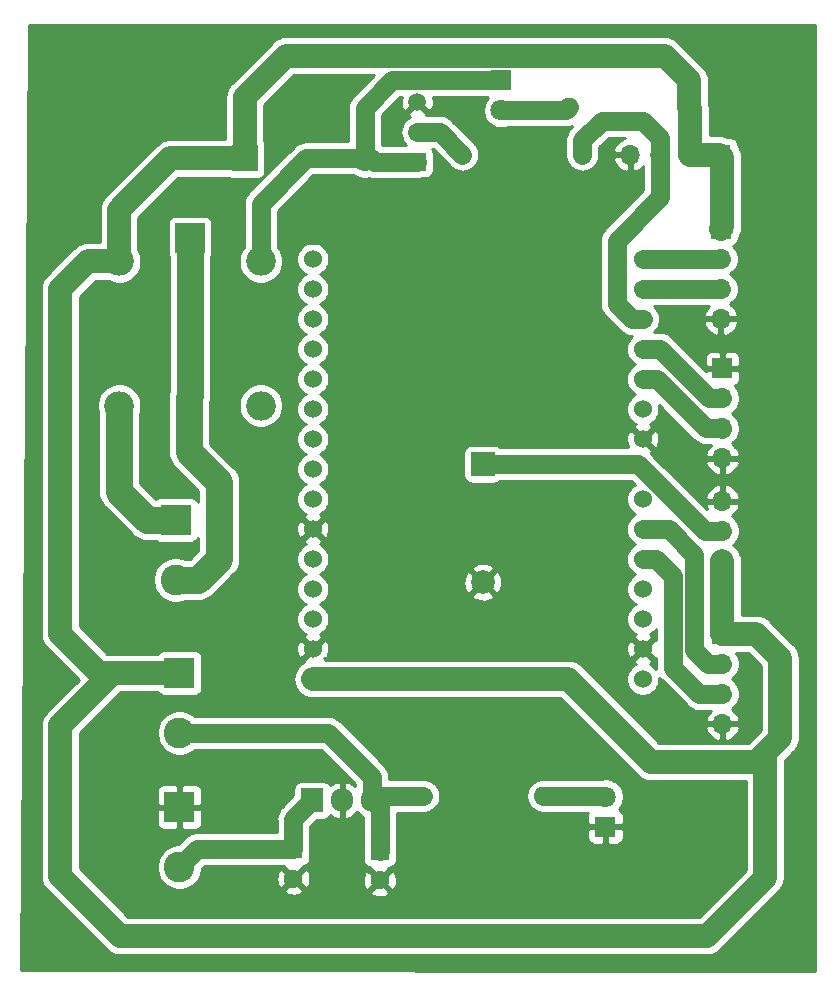
<source format=gbr>
%TF.GenerationSoftware,KiCad,Pcbnew,(5.1.12)-1*%
%TF.CreationDate,2022-02-17T13:10:06+05:30*%
%TF.ProjectId,food_spoil,666f6f64-5f73-4706-9f69-6c2e6b696361,rev?*%
%TF.SameCoordinates,Original*%
%TF.FileFunction,Copper,L1,Top*%
%TF.FilePolarity,Positive*%
%FSLAX46Y46*%
G04 Gerber Fmt 4.6, Leading zero omitted, Abs format (unit mm)*
G04 Created by KiCad (PCBNEW (5.1.12)-1) date 2022-02-17 13:10:06*
%MOMM*%
%LPD*%
G01*
G04 APERTURE LIST*
%TA.AperFunction,ComponentPad*%
%ADD10O,1.600000X1.600000*%
%TD*%
%TA.AperFunction,ComponentPad*%
%ADD11C,1.600000*%
%TD*%
%TA.AperFunction,ComponentPad*%
%ADD12R,1.500000X1.500000*%
%TD*%
%TA.AperFunction,ComponentPad*%
%ADD13C,1.500000*%
%TD*%
%TA.AperFunction,ComponentPad*%
%ADD14O,2.500000X2.500000*%
%TD*%
%TA.AperFunction,ComponentPad*%
%ADD15R,2.500000X2.500000*%
%TD*%
%TA.AperFunction,ComponentPad*%
%ADD16C,2.600000*%
%TD*%
%TA.AperFunction,ComponentPad*%
%ADD17R,2.600000X2.600000*%
%TD*%
%TA.AperFunction,ComponentPad*%
%ADD18C,1.524000*%
%TD*%
%TA.AperFunction,ComponentPad*%
%ADD19O,1.905000X2.000000*%
%TD*%
%TA.AperFunction,ComponentPad*%
%ADD20R,1.905000X2.000000*%
%TD*%
%TA.AperFunction,ComponentPad*%
%ADD21O,1.700000X1.700000*%
%TD*%
%TA.AperFunction,ComponentPad*%
%ADD22R,1.700000X1.700000*%
%TD*%
%TA.AperFunction,ComponentPad*%
%ADD23C,1.800000*%
%TD*%
%TA.AperFunction,ComponentPad*%
%ADD24R,1.800000X1.800000*%
%TD*%
%TA.AperFunction,ComponentPad*%
%ADD25O,2.200000X2.200000*%
%TD*%
%TA.AperFunction,ComponentPad*%
%ADD26R,2.200000X2.200000*%
%TD*%
%TA.AperFunction,ComponentPad*%
%ADD27R,1.600000X1.600000*%
%TD*%
%TA.AperFunction,ComponentPad*%
%ADD28R,2.000000X2.000000*%
%TD*%
%TA.AperFunction,ComponentPad*%
%ADD29C,2.000000*%
%TD*%
%TA.AperFunction,Conductor*%
%ADD30C,1.600000*%
%TD*%
%TA.AperFunction,Conductor*%
%ADD31C,2.000000*%
%TD*%
%TA.AperFunction,Conductor*%
%ADD32C,2.300000*%
%TD*%
%TA.AperFunction,Conductor*%
%ADD33C,0.254000*%
%TD*%
%TA.AperFunction,Conductor*%
%ADD34C,0.100000*%
%TD*%
G04 APERTURE END LIST*
D10*
%TO.P,R1,2*%
%TO.N,Net-(D1-Pad2)*%
X67500500Y-101854000D03*
D11*
%TO.P,R1,1*%
%TO.N,Net-(C2-Pad1)*%
X57340500Y-101854000D03*
%TD*%
D10*
%TO.P,R3,2*%
%TO.N,Net-(D3-Pad2)*%
X69723000Y-43561000D03*
D11*
%TO.P,R3,1*%
%TO.N,+5V*%
X79883000Y-43561000D03*
%TD*%
D12*
%TO.P,Q1,1*%
%TO.N,Net-(D2-Pad2)*%
X56832500Y-48196500D03*
D13*
%TO.P,Q1,3*%
%TO.N,GND*%
X56832500Y-43116500D03*
%TO.P,Q1,2*%
%TO.N,Net-(Q1-Pad2)*%
X56832500Y-45656500D03*
%TD*%
D14*
%TO.P,K1,5*%
%TO.N,Net-(D2-Pad2)*%
X43592000Y-56610000D03*
%TO.P,K1,4*%
%TO.N,Net-(K1-Pad4)*%
X43592000Y-68810000D03*
%TO.P,K1,3*%
%TO.N,Net-(J6-Pad1)*%
X31592000Y-68810000D03*
%TO.P,K1,2*%
%TO.N,+5V*%
X31592000Y-56610000D03*
D15*
%TO.P,K1,1*%
%TO.N,Net-(J6-Pad2)*%
X37592000Y-54610000D03*
%TD*%
D16*
%TO.P,J8,2*%
%TO.N,Net-(C2-Pad1)*%
X36703000Y-96520000D03*
D17*
%TO.P,J8,1*%
%TO.N,+5V*%
X36703000Y-91440000D03*
%TD*%
D18*
%TO.P,U2,30*%
%TO.N,TX_gsm*%
X75934600Y-56409100D03*
%TO.P,U2,29*%
%TO.N,RX_gsm*%
X75934600Y-58949100D03*
%TO.P,U2,28*%
%TO.N,Engine*%
X75934600Y-61489100D03*
%TO.P,U2,27*%
%TO.N,TX_gps*%
X75934600Y-64029100D03*
%TO.P,U2,26*%
%TO.N,RX_gps*%
X75934600Y-66569100D03*
%TO.P,U2,25*%
%TO.N,Net-(U2-Pad25)*%
X75934600Y-69109100D03*
%TO.P,U2,24*%
%TO.N,GND*%
X75934600Y-71649100D03*
%TO.P,U2,23*%
%TO.N,buzz*%
X75934600Y-74189100D03*
%TO.P,U2,22*%
%TO.N,Net-(U2-Pad22)*%
X75934600Y-76729100D03*
%TO.P,U2,21*%
%TO.N,SDA*%
X75934600Y-79269100D03*
%TO.P,U2,20*%
%TO.N,SCL*%
X75934600Y-81809100D03*
%TO.P,U2,19*%
%TO.N,Net-(U2-Pad19)*%
X75934600Y-84349100D03*
%TO.P,U2,18*%
%TO.N,Net-(U2-Pad18)*%
X75934600Y-86889100D03*
%TO.P,U2,17*%
%TO.N,GND*%
X75934600Y-89429100D03*
%TO.P,U2,16*%
%TO.N,Net-(U2-Pad16)*%
X75934600Y-91969100D03*
%TO.P,U2,15*%
%TO.N,+5V*%
X47994600Y-91969100D03*
%TO.P,U2,14*%
%TO.N,GND*%
X47994600Y-89429100D03*
%TO.P,U2,13*%
%TO.N,Net-(U2-Pad13)*%
X47994600Y-86889100D03*
%TO.P,U2,12*%
%TO.N,Net-(U2-Pad12)*%
X47994600Y-84349100D03*
%TO.P,U2,11*%
%TO.N,Net-(U2-Pad11)*%
X47994600Y-81809100D03*
%TO.P,U2,10*%
%TO.N,GND*%
X47994600Y-79269100D03*
%TO.P,U2,9*%
%TO.N,Net-(U2-Pad9)*%
X47994600Y-76729100D03*
%TO.P,U2,8*%
%TO.N,Net-(U2-Pad8)*%
X47994600Y-74189100D03*
%TO.P,U2,7*%
%TO.N,Net-(U2-Pad7)*%
X47994600Y-71649100D03*
%TO.P,U2,6*%
%TO.N,Net-(U2-Pad6)*%
X47994600Y-69109100D03*
%TO.P,U2,5*%
%TO.N,Net-(U2-Pad5)*%
X47994600Y-66569100D03*
%TO.P,U2,4*%
%TO.N,Net-(U2-Pad4)*%
X47994600Y-64029100D03*
%TO.P,U2,3*%
%TO.N,Net-(U2-Pad3)*%
X47994600Y-61489100D03*
%TO.P,U2,2*%
%TO.N,Net-(U2-Pad2)*%
X47994600Y-58949100D03*
%TO.P,U2,1*%
%TO.N,Net-(U2-Pad1)*%
X47994600Y-56409100D03*
%TD*%
D19*
%TO.P,U1,3*%
%TO.N,Net-(C2-Pad1)*%
X53022500Y-102235000D03*
%TO.P,U1,2*%
%TO.N,GND*%
X50482500Y-102235000D03*
D20*
%TO.P,U1,1*%
%TO.N,Net-(C1-Pad1)*%
X47942500Y-102235000D03*
%TD*%
D10*
%TO.P,R2,2*%
%TO.N,Engine*%
X70802500Y-47561500D03*
D11*
%TO.P,R2,1*%
%TO.N,Net-(Q1-Pad2)*%
X60642500Y-47561500D03*
%TD*%
D21*
%TO.P,J7,4*%
%TO.N,GND*%
X82677000Y-95758000D03*
%TO.P,J7,3*%
%TO.N,SCL*%
X82677000Y-93218000D03*
%TO.P,J7,2*%
%TO.N,SDA*%
X82677000Y-90678000D03*
D22*
%TO.P,J7,1*%
%TO.N,+5V*%
X82677000Y-88138000D03*
%TD*%
D16*
%TO.P,J6,2*%
%TO.N,Net-(J6-Pad2)*%
X36385500Y-83566000D03*
D17*
%TO.P,J6,1*%
%TO.N,Net-(J6-Pad1)*%
X36385500Y-78486000D03*
%TD*%
D21*
%TO.P,J5,4*%
%TO.N,GND*%
X82550000Y-61468000D03*
%TO.P,J5,3*%
%TO.N,RX_gsm*%
X82550000Y-58928000D03*
%TO.P,J5,2*%
%TO.N,TX_gsm*%
X82550000Y-56388000D03*
D22*
%TO.P,J5,1*%
%TO.N,+5V*%
X82550000Y-53848000D03*
%TD*%
D21*
%TO.P,J4,4*%
%TO.N,GND*%
X74866500Y-47561500D03*
%TO.P,J4,3*%
%TO.N,Engine*%
X77406500Y-47561500D03*
%TO.P,J4,2*%
%TO.N,+5V*%
X79946500Y-47561500D03*
D22*
%TO.P,J4,1*%
X82486500Y-47561500D03*
%TD*%
D21*
%TO.P,J3,4*%
%TO.N,GND*%
X82677000Y-73279000D03*
%TO.P,J3,3*%
%TO.N,RX_gps*%
X82677000Y-70739000D03*
%TO.P,J3,2*%
%TO.N,TX_gps*%
X82677000Y-68199000D03*
D22*
%TO.P,J3,1*%
%TO.N,GND*%
X82677000Y-65659000D03*
%TD*%
D21*
%TO.P,J2,4*%
%TO.N,GND*%
X82677000Y-76898500D03*
%TO.P,J2,3*%
%TO.N,buzz*%
X82677000Y-79438500D03*
%TO.P,J2,2*%
%TO.N,+5V*%
X82677000Y-81978500D03*
D22*
%TO.P,J2,1*%
X82677000Y-84518500D03*
%TD*%
D16*
%TO.P,J1,2*%
%TO.N,Net-(C1-Pad1)*%
X36703000Y-107886500D03*
D17*
%TO.P,J1,1*%
%TO.N,GND*%
X36703000Y-102806500D03*
%TD*%
D23*
%TO.P,D3,2*%
%TO.N,Net-(D3-Pad2)*%
X63944500Y-43815000D03*
D24*
%TO.P,D3,1*%
%TO.N,Net-(D2-Pad2)*%
X63944500Y-41275000D03*
%TD*%
D25*
%TO.P,D2,2*%
%TO.N,Net-(D2-Pad2)*%
X52387500Y-47879000D03*
D26*
%TO.P,D2,1*%
%TO.N,+5V*%
X42227500Y-47879000D03*
%TD*%
D23*
%TO.P,D1,2*%
%TO.N,Net-(D1-Pad2)*%
X72771000Y-101917500D03*
D24*
%TO.P,D1,1*%
%TO.N,GND*%
X72771000Y-104457500D03*
%TD*%
D11*
%TO.P,C2,2*%
%TO.N,GND*%
X53657500Y-108989500D03*
D27*
%TO.P,C2,1*%
%TO.N,Net-(C2-Pad1)*%
X53657500Y-106489500D03*
%TD*%
D11*
%TO.P,C1,2*%
%TO.N,GND*%
X46355000Y-108862500D03*
D27*
%TO.P,C1,1*%
%TO.N,Net-(C1-Pad1)*%
X46355000Y-106362500D03*
%TD*%
D28*
%TO.P,BZ1,1*%
%TO.N,buzz*%
X62382400Y-73774300D03*
D29*
%TO.P,BZ1,2*%
%TO.N,GND*%
X62382400Y-83774300D03*
%TD*%
D30*
%TO.N,buzz*%
X66662300Y-73774300D02*
X62382400Y-73774300D01*
X75519800Y-73774300D02*
X66662300Y-73774300D01*
X75934600Y-74189100D02*
X75519800Y-73774300D01*
X81184000Y-79438500D02*
X75934600Y-74189100D01*
X82677000Y-79438500D02*
X81184000Y-79438500D01*
%TO.N,Net-(C1-Pad1)*%
X46355000Y-103822500D02*
X47942500Y-102235000D01*
X46355000Y-106362500D02*
X46355000Y-103822500D01*
X38227000Y-106362500D02*
X46355000Y-106362500D01*
X36703000Y-107886500D02*
X38227000Y-106362500D01*
%TO.N,Net-(C2-Pad1)*%
X36703000Y-96520000D02*
X49276000Y-96520000D01*
X53022500Y-100266500D02*
X53022500Y-102235000D01*
X49276000Y-96520000D02*
X53022500Y-100266500D01*
X53403500Y-101854000D02*
X53022500Y-102235000D01*
X57340500Y-101854000D02*
X53403500Y-101854000D01*
X53657500Y-102870000D02*
X53022500Y-102235000D01*
X53657500Y-106489500D02*
X53657500Y-102870000D01*
%TO.N,Net-(D1-Pad2)*%
X72707500Y-101854000D02*
X72771000Y-101917500D01*
X67500500Y-101854000D02*
X72707500Y-101854000D01*
%TO.N,Net-(D2-Pad2)*%
X52387500Y-47879000D02*
X52895500Y-47879000D01*
X53213000Y-48196500D02*
X56832500Y-48196500D01*
X52895500Y-47879000D02*
X53213000Y-48196500D01*
X52387500Y-43624500D02*
X52387500Y-47879000D01*
X54737000Y-41275000D02*
X52387500Y-43624500D01*
X63944500Y-41275000D02*
X54737000Y-41275000D01*
X43592000Y-56610000D02*
X43592000Y-51721500D01*
X47434500Y-47879000D02*
X52387500Y-47879000D01*
X43592000Y-51721500D02*
X47434500Y-47879000D01*
D31*
%TO.N,+5V*%
X79946500Y-43624500D02*
X79883000Y-43561000D01*
X79946500Y-47561500D02*
X79946500Y-43624500D01*
X79946500Y-47561500D02*
X82486500Y-47561500D01*
X82677000Y-81978500D02*
X82677000Y-84518500D01*
X82677000Y-88138000D02*
X82677000Y-84518500D01*
X42227500Y-47879000D02*
X35941000Y-47879000D01*
X31592000Y-52228000D02*
X31592000Y-56610000D01*
X35941000Y-47879000D02*
X31592000Y-52228000D01*
X28924500Y-56610000D02*
X31592000Y-56610000D01*
X26606500Y-58928000D02*
X28924500Y-56610000D01*
X26606500Y-88138000D02*
X26606500Y-58928000D01*
X29908500Y-91440000D02*
X26606500Y-88138000D01*
X36703000Y-91440000D02*
X29908500Y-91440000D01*
X42227500Y-47879000D02*
X42227500Y-42672000D01*
X45724501Y-39174999D02*
X77782999Y-39174999D01*
X42227500Y-42672000D02*
X45724501Y-39174999D01*
X79883000Y-41275000D02*
X79883000Y-43561000D01*
X77782999Y-39174999D02*
X79883000Y-41275000D01*
X76644500Y-98996500D02*
X69617100Y-91969100D01*
X69617100Y-91969100D02*
X47994600Y-91969100D01*
X85534500Y-98996500D02*
X76644500Y-98996500D01*
X87566500Y-90177500D02*
X87566500Y-96964500D01*
X85527000Y-88138000D02*
X87566500Y-90177500D01*
X82677000Y-88138000D02*
X85527000Y-88138000D01*
X36703000Y-91440000D02*
X31051500Y-91440000D01*
X31051500Y-91440000D02*
X26606500Y-95885000D01*
X26606500Y-95885000D02*
X26606500Y-108648500D01*
X26606500Y-108648500D02*
X31686500Y-113728500D01*
X31686500Y-113728500D02*
X81343500Y-113728500D01*
X81343500Y-113728500D02*
X86296500Y-108775500D01*
X86296500Y-98234500D02*
X85534500Y-98996500D01*
X86296500Y-108775500D02*
X86296500Y-98234500D01*
X87566500Y-96964500D02*
X86296500Y-98234500D01*
X82677000Y-53721000D02*
X82550000Y-53848000D01*
X82677000Y-47752000D02*
X82677000Y-53721000D01*
X82486500Y-47561500D02*
X82677000Y-47752000D01*
D30*
%TO.N,Net-(D3-Pad2)*%
X69469000Y-43815000D02*
X69723000Y-43561000D01*
X63944500Y-43815000D02*
X69469000Y-43815000D01*
%TO.N,RX_gps*%
X82677000Y-70802500D02*
X82677000Y-70739000D01*
X77110100Y-66569100D02*
X75934600Y-66569100D01*
X81280000Y-70739000D02*
X77110100Y-66569100D01*
X82677000Y-70739000D02*
X81280000Y-70739000D01*
%TO.N,TX_gps*%
X77398649Y-64029100D02*
X75934600Y-64029100D01*
X81568549Y-68199000D02*
X77398649Y-64029100D01*
X82677000Y-68199000D02*
X81568549Y-68199000D01*
%TO.N,Engine*%
X70802500Y-47561500D02*
X70802500Y-46355000D01*
X70802500Y-46355000D02*
X72453500Y-44704000D01*
X72453500Y-44704000D02*
X75946000Y-44704000D01*
X77406500Y-46164500D02*
X77406500Y-47561500D01*
X75946000Y-44704000D02*
X77406500Y-46164500D01*
X77406500Y-51181000D02*
X77406500Y-47561500D01*
X73723500Y-54864000D02*
X77406500Y-51181000D01*
X73723500Y-60198000D02*
X73723500Y-54864000D01*
X75014600Y-61489100D02*
X73723500Y-60198000D01*
X75934600Y-61489100D02*
X75014600Y-61489100D01*
%TO.N,RX_gsm*%
X82528900Y-58949100D02*
X82550000Y-58928000D01*
X75934600Y-58949100D02*
X82528900Y-58949100D01*
X82550000Y-58928000D02*
X79946500Y-58928000D01*
%TO.N,TX_gsm*%
X82528900Y-56409100D02*
X75934600Y-56409100D01*
X82550000Y-56388000D02*
X82528900Y-56409100D01*
X81153000Y-56388000D02*
X82550000Y-56388000D01*
D32*
%TO.N,Net-(J6-Pad2)*%
X37592000Y-68008500D02*
X37592000Y-54610000D01*
X37528500Y-68072000D02*
X37592000Y-68008500D01*
X37528500Y-72771000D02*
X37528500Y-68072000D01*
X40068500Y-75311000D02*
X37528500Y-72771000D01*
X40068500Y-81788000D02*
X40068500Y-75311000D01*
X38290500Y-83566000D02*
X40068500Y-81788000D01*
X36385500Y-83566000D02*
X38290500Y-83566000D01*
%TO.N,Net-(J6-Pad1)*%
X36385500Y-78486000D02*
X33972500Y-78486000D01*
X31592000Y-76105500D02*
X31592000Y-68810000D01*
X33972500Y-78486000D02*
X31592000Y-76105500D01*
D30*
%TO.N,SCL*%
X78486000Y-83270510D02*
X78486000Y-90995500D01*
X80708500Y-93218000D02*
X82677000Y-93218000D01*
X75934600Y-81809100D02*
X77024590Y-81809100D01*
X77024590Y-81809100D02*
X78486000Y-83270510D01*
X78486000Y-90995500D02*
X80708500Y-93218000D01*
%TO.N,SDA*%
X78126100Y-79269100D02*
X75934600Y-79269100D01*
X82677000Y-90678000D02*
X81474919Y-90678000D01*
X81474919Y-90678000D02*
X80286011Y-89489092D01*
X80286011Y-89489092D02*
X80286011Y-81429011D01*
X80286011Y-81429011D02*
X78126100Y-79269100D01*
%TO.N,Net-(Q1-Pad2)*%
X58737500Y-45656500D02*
X60642500Y-47561500D01*
X56832500Y-45656500D02*
X58737500Y-45656500D01*
%TD*%
D33*
%TO.N,GND*%
X90471750Y-116665315D02*
X23321357Y-116633685D01*
X23766211Y-58928000D01*
X24963589Y-58928000D01*
X24971501Y-59008329D01*
X24971500Y-88057681D01*
X24963589Y-88138000D01*
X24971500Y-88218319D01*
X24971500Y-88218321D01*
X24995157Y-88458515D01*
X25088648Y-88766714D01*
X25240469Y-89050751D01*
X25444786Y-89299714D01*
X25507187Y-89350925D01*
X28167761Y-92011500D01*
X25507187Y-94672075D01*
X25444786Y-94723286D01*
X25240469Y-94972249D01*
X25088648Y-95256286D01*
X24995157Y-95564485D01*
X24971500Y-95804678D01*
X24963589Y-95885000D01*
X24971500Y-95965319D01*
X24971501Y-108568171D01*
X24963589Y-108648500D01*
X24995158Y-108969016D01*
X25088648Y-109277214D01*
X25156531Y-109404214D01*
X25240470Y-109561252D01*
X25444787Y-109810214D01*
X25507182Y-109861420D01*
X30473580Y-114827819D01*
X30524786Y-114890214D01*
X30773748Y-115094531D01*
X31057785Y-115246352D01*
X31365984Y-115339843D01*
X31606178Y-115363500D01*
X31606180Y-115363500D01*
X31686500Y-115371411D01*
X31766819Y-115363500D01*
X81263181Y-115363500D01*
X81343500Y-115371411D01*
X81423819Y-115363500D01*
X81423822Y-115363500D01*
X81664016Y-115339843D01*
X81972215Y-115246352D01*
X82256252Y-115094531D01*
X82505214Y-114890214D01*
X82556425Y-114827813D01*
X87395820Y-109988419D01*
X87458214Y-109937214D01*
X87662531Y-109688252D01*
X87814352Y-109404215D01*
X87885672Y-109169105D01*
X87907843Y-109096017D01*
X87939411Y-108775500D01*
X87931500Y-108695178D01*
X87931500Y-98911738D01*
X88665818Y-98177421D01*
X88728214Y-98126214D01*
X88932531Y-97877252D01*
X89084352Y-97593215D01*
X89177843Y-97285016D01*
X89201500Y-97044822D01*
X89201500Y-97044820D01*
X89209411Y-96964501D01*
X89201500Y-96884181D01*
X89201500Y-90257830D01*
X89209412Y-90177500D01*
X89177843Y-89856983D01*
X89084352Y-89548785D01*
X89068184Y-89518537D01*
X88932531Y-89264748D01*
X88728214Y-89015786D01*
X88665825Y-88964585D01*
X86739924Y-87038686D01*
X86688714Y-86976286D01*
X86439752Y-86771969D01*
X86155715Y-86620148D01*
X85847516Y-86526657D01*
X85607322Y-86503000D01*
X85607319Y-86503000D01*
X85527000Y-86495089D01*
X85446681Y-86503000D01*
X84312000Y-86503000D01*
X84312000Y-81898178D01*
X84288343Y-81657984D01*
X84194852Y-81349785D01*
X84043031Y-81065748D01*
X83838714Y-80816786D01*
X83591191Y-80613651D01*
X83623632Y-80591975D01*
X83830475Y-80385132D01*
X83992990Y-80141911D01*
X84104932Y-79871658D01*
X84162000Y-79584760D01*
X84162000Y-79292240D01*
X84104932Y-79005342D01*
X83992990Y-78735089D01*
X83830475Y-78491868D01*
X83623632Y-78285025D01*
X83441466Y-78163305D01*
X83558355Y-78093678D01*
X83774588Y-77898769D01*
X83948641Y-77665420D01*
X84073825Y-77402599D01*
X84118476Y-77255390D01*
X83997155Y-77025500D01*
X82804000Y-77025500D01*
X82804000Y-77045500D01*
X82550000Y-77045500D01*
X82550000Y-77025500D01*
X81356845Y-77025500D01*
X81235524Y-77255390D01*
X81280175Y-77402599D01*
X81373565Y-77598669D01*
X80316506Y-76541610D01*
X81235524Y-76541610D01*
X81356845Y-76771500D01*
X82550000Y-76771500D01*
X82550000Y-75577686D01*
X82804000Y-75577686D01*
X82804000Y-76771500D01*
X83997155Y-76771500D01*
X84118476Y-76541610D01*
X84073825Y-76394401D01*
X83948641Y-76131580D01*
X83774588Y-75898231D01*
X83558355Y-75703322D01*
X83308252Y-75554343D01*
X83033891Y-75457019D01*
X82804000Y-75577686D01*
X82550000Y-75577686D01*
X82320109Y-75457019D01*
X82045748Y-75554343D01*
X81795645Y-75703322D01*
X81579412Y-75898231D01*
X81405359Y-76131580D01*
X81280175Y-76394401D01*
X81235524Y-76541610D01*
X80316506Y-76541610D01*
X77410786Y-73635890D01*
X81235524Y-73635890D01*
X81280175Y-73783099D01*
X81405359Y-74045920D01*
X81579412Y-74279269D01*
X81795645Y-74474178D01*
X82045748Y-74623157D01*
X82320109Y-74720481D01*
X82550000Y-74599814D01*
X82550000Y-73406000D01*
X82804000Y-73406000D01*
X82804000Y-74599814D01*
X83033891Y-74720481D01*
X83308252Y-74623157D01*
X83558355Y-74474178D01*
X83774588Y-74279269D01*
X83948641Y-74045920D01*
X84073825Y-73783099D01*
X84118476Y-73635890D01*
X83997155Y-73406000D01*
X82804000Y-73406000D01*
X82550000Y-73406000D01*
X81356845Y-73406000D01*
X81235524Y-73635890D01*
X77410786Y-73635890D01*
X76899452Y-73124557D01*
X76637986Y-72863091D01*
X76653580Y-72854756D01*
X76720560Y-72614665D01*
X75934600Y-71828705D01*
X75920458Y-71842848D01*
X75740853Y-71663243D01*
X75754995Y-71649100D01*
X76114205Y-71649100D01*
X76900165Y-72435060D01*
X77140256Y-72368080D01*
X77257356Y-72119052D01*
X77323623Y-71851965D01*
X77336510Y-71577083D01*
X77295522Y-71304967D01*
X77202236Y-71046077D01*
X77140256Y-70930120D01*
X76900165Y-70863140D01*
X76114205Y-71649100D01*
X75754995Y-71649100D01*
X74969035Y-70863140D01*
X74728944Y-70930120D01*
X74611844Y-71179148D01*
X74545577Y-71446235D01*
X74532690Y-71721117D01*
X74573678Y-71993233D01*
X74666964Y-72252123D01*
X74713561Y-72339300D01*
X63846868Y-72339300D01*
X63833585Y-72323115D01*
X63736894Y-72243763D01*
X63626580Y-72184798D01*
X63506882Y-72148488D01*
X63382400Y-72136228D01*
X61382400Y-72136228D01*
X61257918Y-72148488D01*
X61138220Y-72184798D01*
X61027906Y-72243763D01*
X60931215Y-72323115D01*
X60851863Y-72419806D01*
X60792898Y-72530120D01*
X60756588Y-72649818D01*
X60744328Y-72774300D01*
X60744328Y-74774300D01*
X60756588Y-74898782D01*
X60792898Y-75018480D01*
X60851863Y-75128794D01*
X60931215Y-75225485D01*
X61027906Y-75304837D01*
X61138220Y-75363802D01*
X61257918Y-75400112D01*
X61382400Y-75412372D01*
X63382400Y-75412372D01*
X63506882Y-75400112D01*
X63626580Y-75363802D01*
X63736894Y-75304837D01*
X63833585Y-75225485D01*
X63846868Y-75209300D01*
X74925405Y-75209300D01*
X75233505Y-75517400D01*
X75044065Y-75643980D01*
X74849480Y-75838565D01*
X74696595Y-76067373D01*
X74591286Y-76321610D01*
X74537600Y-76591508D01*
X74537600Y-76866692D01*
X74591286Y-77136590D01*
X74696595Y-77390827D01*
X74849480Y-77619635D01*
X75044065Y-77814220D01*
X75272873Y-77967105D01*
X75302983Y-77979577D01*
X75133499Y-78070168D01*
X74914992Y-78249492D01*
X74735668Y-78467999D01*
X74602418Y-78717292D01*
X74520364Y-78987791D01*
X74492657Y-79269100D01*
X74520364Y-79550409D01*
X74602418Y-79820908D01*
X74735668Y-80070201D01*
X74914992Y-80288708D01*
X75133499Y-80468032D01*
X75266458Y-80539100D01*
X75133499Y-80610168D01*
X74914992Y-80789492D01*
X74735668Y-81007999D01*
X74602418Y-81257292D01*
X74520364Y-81527791D01*
X74492657Y-81809100D01*
X74520364Y-82090409D01*
X74602418Y-82360908D01*
X74735668Y-82610201D01*
X74914992Y-82828708D01*
X75133499Y-83008032D01*
X75302983Y-83098623D01*
X75272873Y-83111095D01*
X75044065Y-83263980D01*
X74849480Y-83458565D01*
X74696595Y-83687373D01*
X74591286Y-83941610D01*
X74537600Y-84211508D01*
X74537600Y-84486692D01*
X74591286Y-84756590D01*
X74696595Y-85010827D01*
X74849480Y-85239635D01*
X75044065Y-85434220D01*
X75272873Y-85587105D01*
X75350115Y-85619100D01*
X75272873Y-85651095D01*
X75044065Y-85803980D01*
X74849480Y-85998565D01*
X74696595Y-86227373D01*
X74591286Y-86481610D01*
X74537600Y-86751508D01*
X74537600Y-87026692D01*
X74591286Y-87296590D01*
X74696595Y-87550827D01*
X74849480Y-87779635D01*
X75044065Y-87974220D01*
X75272873Y-88127105D01*
X75344543Y-88156792D01*
X75331577Y-88161464D01*
X75215620Y-88223444D01*
X75148640Y-88463535D01*
X75934600Y-89249495D01*
X76720560Y-88463535D01*
X76653580Y-88223444D01*
X76517840Y-88159615D01*
X76596327Y-88127105D01*
X76825135Y-87974220D01*
X77019720Y-87779635D01*
X77051001Y-87732820D01*
X77051001Y-88685220D01*
X76900165Y-88643140D01*
X76114205Y-89429100D01*
X76900165Y-90215060D01*
X77051001Y-90172980D01*
X77051001Y-90924998D01*
X77044057Y-90995500D01*
X77057860Y-91135646D01*
X77019720Y-91078565D01*
X76825135Y-90883980D01*
X76596327Y-90731095D01*
X76524657Y-90701408D01*
X76537623Y-90696736D01*
X76653580Y-90634756D01*
X76720560Y-90394665D01*
X75934600Y-89608705D01*
X75148640Y-90394665D01*
X75215620Y-90634756D01*
X75351360Y-90698585D01*
X75272873Y-90731095D01*
X75044065Y-90883980D01*
X74849480Y-91078565D01*
X74696595Y-91307373D01*
X74591286Y-91561610D01*
X74537600Y-91831508D01*
X74537600Y-92106692D01*
X74591286Y-92376590D01*
X74696595Y-92630827D01*
X74849480Y-92859635D01*
X75044065Y-93054220D01*
X75272873Y-93207105D01*
X75527110Y-93312414D01*
X75797008Y-93366100D01*
X76072192Y-93366100D01*
X76342090Y-93312414D01*
X76596327Y-93207105D01*
X76825135Y-93054220D01*
X77019720Y-92859635D01*
X77172605Y-92630827D01*
X77277914Y-92376590D01*
X77331600Y-92106692D01*
X77331600Y-91850862D01*
X77466393Y-92015108D01*
X77521155Y-92060050D01*
X79643950Y-94182846D01*
X79688892Y-94237608D01*
X79907399Y-94416932D01*
X80098297Y-94518969D01*
X80156692Y-94550182D01*
X80427191Y-94632237D01*
X80708500Y-94659943D01*
X80778995Y-94653000D01*
X81695601Y-94653000D01*
X81579412Y-94757731D01*
X81405359Y-94991080D01*
X81280175Y-95253901D01*
X81235524Y-95401110D01*
X81356845Y-95631000D01*
X82550000Y-95631000D01*
X82550000Y-95611000D01*
X82804000Y-95611000D01*
X82804000Y-95631000D01*
X83997155Y-95631000D01*
X84118476Y-95401110D01*
X84073825Y-95253901D01*
X83948641Y-94991080D01*
X83774588Y-94757731D01*
X83558355Y-94562822D01*
X83441466Y-94493195D01*
X83623632Y-94371475D01*
X83830475Y-94164632D01*
X83992990Y-93921411D01*
X84104932Y-93651158D01*
X84162000Y-93364260D01*
X84162000Y-93071740D01*
X84104932Y-92784842D01*
X83992990Y-92514589D01*
X83830475Y-92271368D01*
X83623632Y-92064525D01*
X83449240Y-91948000D01*
X83623632Y-91831475D01*
X83830475Y-91624632D01*
X83992990Y-91381411D01*
X84104932Y-91111158D01*
X84162000Y-90824260D01*
X84162000Y-90531740D01*
X84104932Y-90244842D01*
X83992990Y-89974589D01*
X83858293Y-89773000D01*
X84849762Y-89773000D01*
X85931500Y-90854740D01*
X85931501Y-96287260D01*
X85197182Y-97021580D01*
X85134787Y-97072786D01*
X85083585Y-97135176D01*
X84857261Y-97361500D01*
X77321739Y-97361500D01*
X76075129Y-96114890D01*
X81235524Y-96114890D01*
X81280175Y-96262099D01*
X81405359Y-96524920D01*
X81579412Y-96758269D01*
X81795645Y-96953178D01*
X82045748Y-97102157D01*
X82320109Y-97199481D01*
X82550000Y-97078814D01*
X82550000Y-95885000D01*
X82804000Y-95885000D01*
X82804000Y-97078814D01*
X83033891Y-97199481D01*
X83308252Y-97102157D01*
X83558355Y-96953178D01*
X83774588Y-96758269D01*
X83948641Y-96524920D01*
X84073825Y-96262099D01*
X84118476Y-96114890D01*
X83997155Y-95885000D01*
X82804000Y-95885000D01*
X82550000Y-95885000D01*
X81356845Y-95885000D01*
X81235524Y-96114890D01*
X76075129Y-96114890D01*
X70830025Y-90869787D01*
X70778814Y-90807386D01*
X70529852Y-90603069D01*
X70245815Y-90451248D01*
X69937616Y-90357757D01*
X69697422Y-90334100D01*
X69697419Y-90334100D01*
X69617100Y-90326189D01*
X69536781Y-90334100D01*
X49073946Y-90334100D01*
X49076577Y-90331469D01*
X48960167Y-90215059D01*
X49200256Y-90148080D01*
X49317356Y-89899052D01*
X49383623Y-89631965D01*
X49389757Y-89501117D01*
X74532690Y-89501117D01*
X74573678Y-89773233D01*
X74666964Y-90032123D01*
X74728944Y-90148080D01*
X74969035Y-90215060D01*
X75754995Y-89429100D01*
X74969035Y-88643140D01*
X74728944Y-88710120D01*
X74611844Y-88959148D01*
X74545577Y-89226235D01*
X74532690Y-89501117D01*
X49389757Y-89501117D01*
X49396510Y-89357083D01*
X49355522Y-89084967D01*
X49262236Y-88826077D01*
X49200256Y-88710120D01*
X48960165Y-88643140D01*
X48174205Y-89429100D01*
X48188348Y-89443243D01*
X48008743Y-89622848D01*
X47994600Y-89608705D01*
X47208640Y-90394665D01*
X47242782Y-90517048D01*
X47081848Y-90603069D01*
X46832886Y-90807386D01*
X46628569Y-91056348D01*
X46476748Y-91340385D01*
X46383257Y-91648584D01*
X46351689Y-91969100D01*
X46383257Y-92289616D01*
X46476748Y-92597815D01*
X46628569Y-92881852D01*
X46832886Y-93130814D01*
X47081848Y-93335131D01*
X47365885Y-93486952D01*
X47674084Y-93580443D01*
X47914278Y-93604100D01*
X68939862Y-93604100D01*
X75431580Y-100095819D01*
X75482786Y-100158214D01*
X75731748Y-100362531D01*
X76015785Y-100514352D01*
X76323984Y-100607843D01*
X76564178Y-100631500D01*
X76564180Y-100631500D01*
X76644499Y-100639411D01*
X76724819Y-100631500D01*
X84661501Y-100631500D01*
X84661500Y-108098261D01*
X80666262Y-112093500D01*
X32363739Y-112093500D01*
X30125441Y-109855202D01*
X45541903Y-109855202D01*
X45613486Y-110099171D01*
X45868996Y-110220071D01*
X46143184Y-110288800D01*
X46425512Y-110302717D01*
X46705130Y-110261287D01*
X46971292Y-110166103D01*
X47096514Y-110099171D01*
X47130833Y-109982202D01*
X52844403Y-109982202D01*
X52915986Y-110226171D01*
X53171496Y-110347071D01*
X53445684Y-110415800D01*
X53728012Y-110429717D01*
X54007630Y-110388287D01*
X54273792Y-110293103D01*
X54399014Y-110226171D01*
X54470597Y-109982202D01*
X53657500Y-109169105D01*
X52844403Y-109982202D01*
X47130833Y-109982202D01*
X47168097Y-109855202D01*
X46355000Y-109042105D01*
X45541903Y-109855202D01*
X30125441Y-109855202D01*
X28241500Y-107971262D01*
X28241500Y-107695919D01*
X34768000Y-107695919D01*
X34768000Y-108077081D01*
X34842361Y-108450919D01*
X34988225Y-108803066D01*
X35199987Y-109119991D01*
X35469509Y-109389513D01*
X35786434Y-109601275D01*
X36138581Y-109747139D01*
X36512419Y-109821500D01*
X36893581Y-109821500D01*
X37267419Y-109747139D01*
X37619566Y-109601275D01*
X37936491Y-109389513D01*
X38206013Y-109119991D01*
X38330948Y-108933012D01*
X44914783Y-108933012D01*
X44956213Y-109212630D01*
X45051397Y-109478792D01*
X45118329Y-109604014D01*
X45362298Y-109675597D01*
X46175395Y-108862500D01*
X46534605Y-108862500D01*
X47347702Y-109675597D01*
X47591671Y-109604014D01*
X47712571Y-109348504D01*
X47781300Y-109074316D01*
X47782005Y-109060012D01*
X52217283Y-109060012D01*
X52258713Y-109339630D01*
X52353897Y-109605792D01*
X52420829Y-109731014D01*
X52664798Y-109802597D01*
X53477895Y-108989500D01*
X53837105Y-108989500D01*
X54650202Y-109802597D01*
X54894171Y-109731014D01*
X55015071Y-109475504D01*
X55083800Y-109201316D01*
X55097717Y-108918988D01*
X55056287Y-108639370D01*
X54961103Y-108373208D01*
X54894171Y-108247986D01*
X54650202Y-108176403D01*
X53837105Y-108989500D01*
X53477895Y-108989500D01*
X52664798Y-108176403D01*
X52420829Y-108247986D01*
X52299929Y-108503496D01*
X52231200Y-108777684D01*
X52217283Y-109060012D01*
X47782005Y-109060012D01*
X47795217Y-108791988D01*
X47753787Y-108512370D01*
X47658603Y-108246208D01*
X47591671Y-108120986D01*
X47347702Y-108049403D01*
X46534605Y-108862500D01*
X46175395Y-108862500D01*
X45362298Y-108049403D01*
X45118329Y-108120986D01*
X44997429Y-108376496D01*
X44928700Y-108650684D01*
X44914783Y-108933012D01*
X38330948Y-108933012D01*
X38417775Y-108803066D01*
X38563639Y-108450919D01*
X38638000Y-108077081D01*
X38638000Y-107980896D01*
X38821396Y-107797500D01*
X45523808Y-107797500D01*
X45555000Y-107800572D01*
X45562215Y-107800572D01*
X45541903Y-107869798D01*
X46355000Y-108682895D01*
X47168097Y-107869798D01*
X47147785Y-107800572D01*
X47155000Y-107800572D01*
X47279482Y-107788312D01*
X47399180Y-107752002D01*
X47509494Y-107693037D01*
X47606185Y-107613685D01*
X47685537Y-107516994D01*
X47744502Y-107406680D01*
X47780812Y-107286982D01*
X47793072Y-107162500D01*
X47793072Y-106401802D01*
X47796943Y-106362500D01*
X47793072Y-106323198D01*
X47793072Y-105562500D01*
X47790000Y-105531308D01*
X47790000Y-104416895D01*
X48333824Y-103873072D01*
X48895000Y-103873072D01*
X49019482Y-103860812D01*
X49139180Y-103824502D01*
X49249494Y-103765537D01*
X49346185Y-103686185D01*
X49425537Y-103589494D01*
X49474559Y-103497781D01*
X49615577Y-103610969D01*
X49891406Y-103754571D01*
X50109520Y-103825563D01*
X50355500Y-103705594D01*
X50355500Y-102362000D01*
X50335500Y-102362000D01*
X50335500Y-102108000D01*
X50355500Y-102108000D01*
X50355500Y-100764406D01*
X50109520Y-100644437D01*
X49891406Y-100715429D01*
X49615577Y-100859031D01*
X49474559Y-100972219D01*
X49425537Y-100880506D01*
X49346185Y-100783815D01*
X49249494Y-100704463D01*
X49139180Y-100645498D01*
X49019482Y-100609188D01*
X48895000Y-100596928D01*
X46990000Y-100596928D01*
X46865518Y-100609188D01*
X46745820Y-100645498D01*
X46635506Y-100704463D01*
X46538815Y-100783815D01*
X46459463Y-100880506D01*
X46400498Y-100990820D01*
X46364188Y-101110518D01*
X46351928Y-101235000D01*
X46351928Y-101796176D01*
X45390155Y-102757950D01*
X45335393Y-102802892D01*
X45156069Y-103021399D01*
X45108811Y-103109812D01*
X45022818Y-103270693D01*
X44940764Y-103541192D01*
X44913057Y-103822500D01*
X44920001Y-103893002D01*
X44920001Y-104927500D01*
X38297491Y-104927500D01*
X38226999Y-104920557D01*
X37945690Y-104948264D01*
X37864153Y-104972998D01*
X37675192Y-105030318D01*
X37425899Y-105163568D01*
X37207392Y-105342892D01*
X37162454Y-105397649D01*
X36608604Y-105951500D01*
X36512419Y-105951500D01*
X36138581Y-106025861D01*
X35786434Y-106171725D01*
X35469509Y-106383487D01*
X35199987Y-106653009D01*
X34988225Y-106969934D01*
X34842361Y-107322081D01*
X34768000Y-107695919D01*
X28241500Y-107695919D01*
X28241500Y-104106500D01*
X34764928Y-104106500D01*
X34777188Y-104230982D01*
X34813498Y-104350680D01*
X34872463Y-104460994D01*
X34951815Y-104557685D01*
X35048506Y-104637037D01*
X35158820Y-104696002D01*
X35278518Y-104732312D01*
X35403000Y-104744572D01*
X36417250Y-104741500D01*
X36576000Y-104582750D01*
X36576000Y-102933500D01*
X36830000Y-102933500D01*
X36830000Y-104582750D01*
X36988750Y-104741500D01*
X38003000Y-104744572D01*
X38127482Y-104732312D01*
X38247180Y-104696002D01*
X38357494Y-104637037D01*
X38454185Y-104557685D01*
X38533537Y-104460994D01*
X38592502Y-104350680D01*
X38628812Y-104230982D01*
X38641072Y-104106500D01*
X38638000Y-103092250D01*
X38479250Y-102933500D01*
X36830000Y-102933500D01*
X36576000Y-102933500D01*
X34926750Y-102933500D01*
X34768000Y-103092250D01*
X34764928Y-104106500D01*
X28241500Y-104106500D01*
X28241500Y-101506500D01*
X34764928Y-101506500D01*
X34768000Y-102520750D01*
X34926750Y-102679500D01*
X36576000Y-102679500D01*
X36576000Y-101030250D01*
X36830000Y-101030250D01*
X36830000Y-102679500D01*
X38479250Y-102679500D01*
X38638000Y-102520750D01*
X38641072Y-101506500D01*
X38628812Y-101382018D01*
X38592502Y-101262320D01*
X38533537Y-101152006D01*
X38454185Y-101055315D01*
X38357494Y-100975963D01*
X38247180Y-100916998D01*
X38127482Y-100880688D01*
X38003000Y-100868428D01*
X36988750Y-100871500D01*
X36830000Y-101030250D01*
X36576000Y-101030250D01*
X36417250Y-100871500D01*
X35403000Y-100868428D01*
X35278518Y-100880688D01*
X35158820Y-100916998D01*
X35048506Y-100975963D01*
X34951815Y-101055315D01*
X34872463Y-101152006D01*
X34813498Y-101262320D01*
X34777188Y-101382018D01*
X34764928Y-101506500D01*
X28241500Y-101506500D01*
X28241500Y-96562238D01*
X28474319Y-96329419D01*
X34768000Y-96329419D01*
X34768000Y-96710581D01*
X34842361Y-97084419D01*
X34988225Y-97436566D01*
X35199987Y-97753491D01*
X35469509Y-98023013D01*
X35786434Y-98234775D01*
X36138581Y-98380639D01*
X36512419Y-98455000D01*
X36893581Y-98455000D01*
X37267419Y-98380639D01*
X37619566Y-98234775D01*
X37936491Y-98023013D01*
X38004504Y-97955000D01*
X48681605Y-97955000D01*
X51587500Y-100860896D01*
X51587500Y-101050124D01*
X51349423Y-100859031D01*
X51073594Y-100715429D01*
X50855480Y-100644437D01*
X50609500Y-100764406D01*
X50609500Y-102108000D01*
X50629500Y-102108000D01*
X50629500Y-102362000D01*
X50609500Y-102362000D01*
X50609500Y-103705594D01*
X50855480Y-103825563D01*
X51073594Y-103754571D01*
X51349423Y-103610969D01*
X51591937Y-103416315D01*
X51747337Y-103231101D01*
X51894537Y-103410463D01*
X52136266Y-103608845D01*
X52222501Y-103654938D01*
X52222500Y-105658306D01*
X52219428Y-105689500D01*
X52219428Y-107289500D01*
X52231688Y-107413982D01*
X52267998Y-107533680D01*
X52326963Y-107643994D01*
X52406315Y-107740685D01*
X52503006Y-107820037D01*
X52613320Y-107879002D01*
X52733018Y-107915312D01*
X52857500Y-107927572D01*
X52864715Y-107927572D01*
X52844403Y-107996798D01*
X53657500Y-108809895D01*
X54470597Y-107996798D01*
X54450285Y-107927572D01*
X54457500Y-107927572D01*
X54581982Y-107915312D01*
X54701680Y-107879002D01*
X54811994Y-107820037D01*
X54908685Y-107740685D01*
X54988037Y-107643994D01*
X55047002Y-107533680D01*
X55083312Y-107413982D01*
X55095572Y-107289500D01*
X55095572Y-105689500D01*
X55092500Y-105658308D01*
X55092500Y-105357500D01*
X71232928Y-105357500D01*
X71245188Y-105481982D01*
X71281498Y-105601680D01*
X71340463Y-105711994D01*
X71419815Y-105808685D01*
X71516506Y-105888037D01*
X71626820Y-105947002D01*
X71746518Y-105983312D01*
X71871000Y-105995572D01*
X72485250Y-105992500D01*
X72644000Y-105833750D01*
X72644000Y-104584500D01*
X72898000Y-104584500D01*
X72898000Y-105833750D01*
X73056750Y-105992500D01*
X73671000Y-105995572D01*
X73795482Y-105983312D01*
X73915180Y-105947002D01*
X74025494Y-105888037D01*
X74122185Y-105808685D01*
X74201537Y-105711994D01*
X74260502Y-105601680D01*
X74296812Y-105481982D01*
X74309072Y-105357500D01*
X74306000Y-104743250D01*
X74147250Y-104584500D01*
X72898000Y-104584500D01*
X72644000Y-104584500D01*
X71394750Y-104584500D01*
X71236000Y-104743250D01*
X71232928Y-105357500D01*
X55092500Y-105357500D01*
X55092500Y-103289000D01*
X57481835Y-103289000D01*
X57551317Y-103275179D01*
X57621809Y-103268236D01*
X57689597Y-103247673D01*
X57759074Y-103233853D01*
X57824514Y-103206747D01*
X57892308Y-103186182D01*
X57954788Y-103152786D01*
X58020227Y-103125680D01*
X58079122Y-103086328D01*
X58141601Y-103052932D01*
X58196363Y-103007990D01*
X58255259Y-102968637D01*
X58305346Y-102918550D01*
X58360108Y-102873608D01*
X58405050Y-102818846D01*
X58455137Y-102768759D01*
X58494490Y-102709863D01*
X58539432Y-102655101D01*
X58572828Y-102592622D01*
X58612180Y-102533727D01*
X58639286Y-102468288D01*
X58672682Y-102405808D01*
X58693247Y-102338014D01*
X58720353Y-102272574D01*
X58734173Y-102203097D01*
X58754736Y-102135309D01*
X58761679Y-102064817D01*
X58775500Y-101995335D01*
X58775500Y-101924492D01*
X58782443Y-101854000D01*
X66058557Y-101854000D01*
X66065500Y-101924492D01*
X66065500Y-101995335D01*
X66079321Y-102064817D01*
X66086264Y-102135309D01*
X66106827Y-102203097D01*
X66120647Y-102272574D01*
X66147753Y-102338014D01*
X66168318Y-102405808D01*
X66201714Y-102468288D01*
X66228820Y-102533727D01*
X66268172Y-102592622D01*
X66301568Y-102655101D01*
X66346510Y-102709863D01*
X66385863Y-102768759D01*
X66435950Y-102818846D01*
X66480892Y-102873608D01*
X66535654Y-102918550D01*
X66585741Y-102968637D01*
X66644637Y-103007990D01*
X66699399Y-103052932D01*
X66761878Y-103086328D01*
X66820773Y-103125680D01*
X66886212Y-103152786D01*
X66948692Y-103186182D01*
X67016486Y-103206747D01*
X67081926Y-103233853D01*
X67151403Y-103247673D01*
X67219191Y-103268236D01*
X67289683Y-103275179D01*
X67359165Y-103289000D01*
X71294498Y-103289000D01*
X71281498Y-103313320D01*
X71245188Y-103433018D01*
X71232928Y-103557500D01*
X71236000Y-104171750D01*
X71394750Y-104330500D01*
X72644000Y-104330500D01*
X72644000Y-104310500D01*
X72898000Y-104310500D01*
X72898000Y-104330500D01*
X74147250Y-104330500D01*
X74306000Y-104171750D01*
X74309072Y-103557500D01*
X74296812Y-103433018D01*
X74260502Y-103313320D01*
X74201537Y-103203006D01*
X74122185Y-103106315D01*
X74025494Y-103026963D01*
X73915180Y-102967998D01*
X73896873Y-102962444D01*
X73963312Y-102896005D01*
X74131299Y-102644595D01*
X74247011Y-102365243D01*
X74306000Y-102068684D01*
X74306000Y-101766316D01*
X74247011Y-101469757D01*
X74131299Y-101190405D01*
X73963312Y-100938995D01*
X73749505Y-100725188D01*
X73498095Y-100557201D01*
X73218743Y-100441489D01*
X72922184Y-100382500D01*
X72619816Y-100382500D01*
X72436317Y-100419000D01*
X67359165Y-100419000D01*
X67289683Y-100432821D01*
X67219191Y-100439764D01*
X67151403Y-100460327D01*
X67081926Y-100474147D01*
X67016486Y-100501253D01*
X66948692Y-100521818D01*
X66886212Y-100555214D01*
X66820773Y-100582320D01*
X66761878Y-100621672D01*
X66699399Y-100655068D01*
X66644637Y-100700010D01*
X66585741Y-100739363D01*
X66535654Y-100789450D01*
X66480892Y-100834392D01*
X66435950Y-100889154D01*
X66385863Y-100939241D01*
X66346510Y-100998137D01*
X66301568Y-101052899D01*
X66268172Y-101115378D01*
X66228820Y-101174273D01*
X66201714Y-101239712D01*
X66168318Y-101302192D01*
X66147753Y-101369986D01*
X66120647Y-101435426D01*
X66106827Y-101504903D01*
X66086264Y-101572691D01*
X66079321Y-101643183D01*
X66065500Y-101712665D01*
X66065500Y-101783508D01*
X66058557Y-101854000D01*
X58782443Y-101854000D01*
X58775500Y-101783508D01*
X58775500Y-101712665D01*
X58761679Y-101643183D01*
X58754736Y-101572691D01*
X58734173Y-101504903D01*
X58720353Y-101435426D01*
X58693247Y-101369986D01*
X58672682Y-101302192D01*
X58639286Y-101239712D01*
X58612180Y-101174273D01*
X58572828Y-101115378D01*
X58539432Y-101052899D01*
X58494490Y-100998137D01*
X58455137Y-100939241D01*
X58405050Y-100889154D01*
X58360108Y-100834392D01*
X58305346Y-100789450D01*
X58255259Y-100739363D01*
X58196363Y-100700010D01*
X58141601Y-100655068D01*
X58079122Y-100621672D01*
X58020227Y-100582320D01*
X57954788Y-100555214D01*
X57892308Y-100521818D01*
X57824514Y-100501253D01*
X57759074Y-100474147D01*
X57689597Y-100460327D01*
X57621809Y-100439764D01*
X57551317Y-100432821D01*
X57481835Y-100419000D01*
X54457500Y-100419000D01*
X54457500Y-100336991D01*
X54464443Y-100266499D01*
X54436736Y-99985190D01*
X54354682Y-99714692D01*
X54221432Y-99465399D01*
X54042107Y-99246892D01*
X53987350Y-99201954D01*
X50340554Y-95555159D01*
X50295608Y-95500392D01*
X50077101Y-95321068D01*
X49827808Y-95187818D01*
X49557309Y-95105764D01*
X49346492Y-95085000D01*
X49276000Y-95078057D01*
X49205508Y-95085000D01*
X38004504Y-95085000D01*
X37936491Y-95016987D01*
X37619566Y-94805225D01*
X37267419Y-94659361D01*
X36893581Y-94585000D01*
X36512419Y-94585000D01*
X36138581Y-94659361D01*
X35786434Y-94805225D01*
X35469509Y-95016987D01*
X35199987Y-95286509D01*
X34988225Y-95603434D01*
X34842361Y-95955581D01*
X34768000Y-96329419D01*
X28474319Y-96329419D01*
X31728739Y-93075000D01*
X34862043Y-93075000D01*
X34872463Y-93094494D01*
X34951815Y-93191185D01*
X35048506Y-93270537D01*
X35158820Y-93329502D01*
X35278518Y-93365812D01*
X35403000Y-93378072D01*
X38003000Y-93378072D01*
X38127482Y-93365812D01*
X38247180Y-93329502D01*
X38357494Y-93270537D01*
X38454185Y-93191185D01*
X38533537Y-93094494D01*
X38592502Y-92984180D01*
X38628812Y-92864482D01*
X38641072Y-92740000D01*
X38641072Y-90140000D01*
X38628812Y-90015518D01*
X38592502Y-89895820D01*
X38533537Y-89785506D01*
X38454185Y-89688815D01*
X38357494Y-89609463D01*
X38247180Y-89550498D01*
X38127482Y-89514188D01*
X38003000Y-89501928D01*
X35403000Y-89501928D01*
X35278518Y-89514188D01*
X35158820Y-89550498D01*
X35048506Y-89609463D01*
X34951815Y-89688815D01*
X34872463Y-89785506D01*
X34862043Y-89805000D01*
X31131819Y-89805000D01*
X31051499Y-89797089D01*
X30971180Y-89805000D01*
X30585739Y-89805000D01*
X30281856Y-89501117D01*
X46592690Y-89501117D01*
X46633678Y-89773233D01*
X46726964Y-90032123D01*
X46788944Y-90148080D01*
X47029035Y-90215060D01*
X47814995Y-89429100D01*
X47029035Y-88643140D01*
X46788944Y-88710120D01*
X46671844Y-88959148D01*
X46605577Y-89226235D01*
X46592690Y-89501117D01*
X30281856Y-89501117D01*
X28241500Y-87460762D01*
X28241500Y-68624344D01*
X29707000Y-68624344D01*
X29707000Y-68995656D01*
X29779439Y-69359834D01*
X29807001Y-69426374D01*
X29807000Y-76017824D01*
X29798365Y-76105500D01*
X29807000Y-76193175D01*
X29807000Y-76193182D01*
X29832828Y-76455420D01*
X29934896Y-76791894D01*
X30100646Y-77101990D01*
X30323708Y-77373792D01*
X30391821Y-77429691D01*
X32648313Y-79686184D01*
X32704208Y-79754292D01*
X32976009Y-79977354D01*
X33286105Y-80143104D01*
X33622579Y-80245172D01*
X33884817Y-80271000D01*
X33884826Y-80271000D01*
X33972499Y-80279635D01*
X34060172Y-80271000D01*
X34675519Y-80271000D01*
X34731006Y-80316537D01*
X34841320Y-80375502D01*
X34961018Y-80411812D01*
X35085500Y-80424072D01*
X37685500Y-80424072D01*
X37809982Y-80411812D01*
X37929680Y-80375502D01*
X38039994Y-80316537D01*
X38136685Y-80237185D01*
X38216037Y-80140494D01*
X38275002Y-80030180D01*
X38283500Y-80002165D01*
X38283500Y-81048628D01*
X37551129Y-81781000D01*
X37132528Y-81781000D01*
X36949919Y-81705361D01*
X36576081Y-81631000D01*
X36194919Y-81631000D01*
X35821081Y-81705361D01*
X35468934Y-81851225D01*
X35152009Y-82062987D01*
X34882487Y-82332509D01*
X34670725Y-82649434D01*
X34524861Y-83001581D01*
X34450500Y-83375419D01*
X34450500Y-83756581D01*
X34524861Y-84130419D01*
X34670725Y-84482566D01*
X34882487Y-84799491D01*
X35152009Y-85069013D01*
X35468934Y-85280775D01*
X35821081Y-85426639D01*
X36194919Y-85501000D01*
X36576081Y-85501000D01*
X36949919Y-85426639D01*
X37132528Y-85351000D01*
X38202825Y-85351000D01*
X38290500Y-85359635D01*
X38378175Y-85351000D01*
X38378183Y-85351000D01*
X38640421Y-85325172D01*
X38976895Y-85223104D01*
X39286991Y-85057354D01*
X39558792Y-84834292D01*
X39614691Y-84766179D01*
X41268690Y-83112182D01*
X41336792Y-83056292D01*
X41392682Y-82988190D01*
X41392687Y-82988185D01*
X41559854Y-82784491D01*
X41725604Y-82474395D01*
X41827672Y-82137921D01*
X41832351Y-82090409D01*
X41853500Y-81875683D01*
X41853500Y-81875676D01*
X41862135Y-81788000D01*
X41853500Y-81700324D01*
X41853500Y-81671508D01*
X46597600Y-81671508D01*
X46597600Y-81946692D01*
X46651286Y-82216590D01*
X46756595Y-82470827D01*
X46909480Y-82699635D01*
X47104065Y-82894220D01*
X47332873Y-83047105D01*
X47410115Y-83079100D01*
X47332873Y-83111095D01*
X47104065Y-83263980D01*
X46909480Y-83458565D01*
X46756595Y-83687373D01*
X46651286Y-83941610D01*
X46597600Y-84211508D01*
X46597600Y-84486692D01*
X46651286Y-84756590D01*
X46756595Y-85010827D01*
X46909480Y-85239635D01*
X47104065Y-85434220D01*
X47332873Y-85587105D01*
X47410115Y-85619100D01*
X47332873Y-85651095D01*
X47104065Y-85803980D01*
X46909480Y-85998565D01*
X46756595Y-86227373D01*
X46651286Y-86481610D01*
X46597600Y-86751508D01*
X46597600Y-87026692D01*
X46651286Y-87296590D01*
X46756595Y-87550827D01*
X46909480Y-87779635D01*
X47104065Y-87974220D01*
X47332873Y-88127105D01*
X47404543Y-88156792D01*
X47391577Y-88161464D01*
X47275620Y-88223444D01*
X47208640Y-88463535D01*
X47994600Y-89249495D01*
X48780560Y-88463535D01*
X48713580Y-88223444D01*
X48577840Y-88159615D01*
X48656327Y-88127105D01*
X48885135Y-87974220D01*
X49079720Y-87779635D01*
X49232605Y-87550827D01*
X49337914Y-87296590D01*
X49391600Y-87026692D01*
X49391600Y-86751508D01*
X49337914Y-86481610D01*
X49232605Y-86227373D01*
X49079720Y-85998565D01*
X48885135Y-85803980D01*
X48656327Y-85651095D01*
X48579085Y-85619100D01*
X48656327Y-85587105D01*
X48885135Y-85434220D01*
X49079720Y-85239635D01*
X49232605Y-85010827D01*
X49274488Y-84909713D01*
X61426592Y-84909713D01*
X61522356Y-85174114D01*
X61811971Y-85315004D01*
X62123508Y-85396684D01*
X62444995Y-85416018D01*
X62764075Y-85372261D01*
X63068488Y-85267095D01*
X63242444Y-85174114D01*
X63338208Y-84909713D01*
X62382400Y-83953905D01*
X61426592Y-84909713D01*
X49274488Y-84909713D01*
X49337914Y-84756590D01*
X49391600Y-84486692D01*
X49391600Y-84211508D01*
X49337914Y-83941610D01*
X49294540Y-83836895D01*
X60740682Y-83836895D01*
X60784439Y-84155975D01*
X60889605Y-84460388D01*
X60982586Y-84634344D01*
X61246987Y-84730108D01*
X62202795Y-83774300D01*
X62562005Y-83774300D01*
X63517813Y-84730108D01*
X63782214Y-84634344D01*
X63923104Y-84344729D01*
X64004784Y-84033192D01*
X64024118Y-83711705D01*
X63980361Y-83392625D01*
X63875195Y-83088212D01*
X63782214Y-82914256D01*
X63517813Y-82818492D01*
X62562005Y-83774300D01*
X62202795Y-83774300D01*
X61246987Y-82818492D01*
X60982586Y-82914256D01*
X60841696Y-83203871D01*
X60760016Y-83515408D01*
X60740682Y-83836895D01*
X49294540Y-83836895D01*
X49232605Y-83687373D01*
X49079720Y-83458565D01*
X48885135Y-83263980D01*
X48656327Y-83111095D01*
X48579085Y-83079100D01*
X48656327Y-83047105D01*
X48885135Y-82894220D01*
X49079720Y-82699635D01*
X49120310Y-82638887D01*
X61426592Y-82638887D01*
X62382400Y-83594695D01*
X63338208Y-82638887D01*
X63242444Y-82374486D01*
X62952829Y-82233596D01*
X62641292Y-82151916D01*
X62319805Y-82132582D01*
X62000725Y-82176339D01*
X61696312Y-82281505D01*
X61522356Y-82374486D01*
X61426592Y-82638887D01*
X49120310Y-82638887D01*
X49232605Y-82470827D01*
X49337914Y-82216590D01*
X49391600Y-81946692D01*
X49391600Y-81671508D01*
X49337914Y-81401610D01*
X49232605Y-81147373D01*
X49079720Y-80918565D01*
X48885135Y-80723980D01*
X48656327Y-80571095D01*
X48584657Y-80541408D01*
X48597623Y-80536736D01*
X48713580Y-80474756D01*
X48780560Y-80234665D01*
X47994600Y-79448705D01*
X47208640Y-80234665D01*
X47275620Y-80474756D01*
X47411360Y-80538585D01*
X47332873Y-80571095D01*
X47104065Y-80723980D01*
X46909480Y-80918565D01*
X46756595Y-81147373D01*
X46651286Y-81401610D01*
X46597600Y-81671508D01*
X41853500Y-81671508D01*
X41853500Y-79341117D01*
X46592690Y-79341117D01*
X46633678Y-79613233D01*
X46726964Y-79872123D01*
X46788944Y-79988080D01*
X47029035Y-80055060D01*
X47814995Y-79269100D01*
X48174205Y-79269100D01*
X48960165Y-80055060D01*
X49200256Y-79988080D01*
X49317356Y-79739052D01*
X49383623Y-79471965D01*
X49396510Y-79197083D01*
X49355522Y-78924967D01*
X49262236Y-78666077D01*
X49200256Y-78550120D01*
X48960165Y-78483140D01*
X48174205Y-79269100D01*
X47814995Y-79269100D01*
X47029035Y-78483140D01*
X46788944Y-78550120D01*
X46671844Y-78799148D01*
X46605577Y-79066235D01*
X46592690Y-79341117D01*
X41853500Y-79341117D01*
X41853500Y-75398672D01*
X41862135Y-75310999D01*
X41853500Y-75223326D01*
X41853500Y-75223317D01*
X41827672Y-74961079D01*
X41725604Y-74624605D01*
X41559854Y-74314509D01*
X41336792Y-74042708D01*
X41268684Y-73986813D01*
X39313500Y-72031630D01*
X39313500Y-68624344D01*
X41707000Y-68624344D01*
X41707000Y-68995656D01*
X41779439Y-69359834D01*
X41921534Y-69702882D01*
X42127825Y-70011618D01*
X42390382Y-70274175D01*
X42699118Y-70480466D01*
X43042166Y-70622561D01*
X43406344Y-70695000D01*
X43777656Y-70695000D01*
X44141834Y-70622561D01*
X44484882Y-70480466D01*
X44793618Y-70274175D01*
X45056175Y-70011618D01*
X45262466Y-69702882D01*
X45404561Y-69359834D01*
X45477000Y-68995656D01*
X45477000Y-68624344D01*
X45404561Y-68260166D01*
X45262466Y-67917118D01*
X45056175Y-67608382D01*
X44793618Y-67345825D01*
X44484882Y-67139534D01*
X44141834Y-66997439D01*
X43777656Y-66925000D01*
X43406344Y-66925000D01*
X43042166Y-66997439D01*
X42699118Y-67139534D01*
X42390382Y-67345825D01*
X42127825Y-67608382D01*
X41921534Y-67917118D01*
X41779439Y-68260166D01*
X41707000Y-68624344D01*
X39313500Y-68624344D01*
X39313500Y-68482609D01*
X39351172Y-68358421D01*
X39377000Y-68096183D01*
X39377000Y-68096182D01*
X39385636Y-68008500D01*
X39377000Y-67920817D01*
X39377000Y-56206144D01*
X39431502Y-56104180D01*
X39467812Y-55984482D01*
X39480072Y-55860000D01*
X39480072Y-53360000D01*
X39467812Y-53235518D01*
X39431502Y-53115820D01*
X39372537Y-53005506D01*
X39293185Y-52908815D01*
X39196494Y-52829463D01*
X39086180Y-52770498D01*
X38966482Y-52734188D01*
X38842000Y-52721928D01*
X36342000Y-52721928D01*
X36217518Y-52734188D01*
X36097820Y-52770498D01*
X35987506Y-52829463D01*
X35890815Y-52908815D01*
X35811463Y-53005506D01*
X35752498Y-53115820D01*
X35716188Y-53235518D01*
X35703928Y-53360000D01*
X35703928Y-55860000D01*
X35716188Y-55984482D01*
X35752498Y-56104180D01*
X35807001Y-56206146D01*
X35807000Y-67597892D01*
X35769328Y-67722080D01*
X35734865Y-68072000D01*
X35743501Y-68159685D01*
X35743500Y-72683324D01*
X35734865Y-72771000D01*
X35743500Y-72858675D01*
X35743500Y-72858682D01*
X35769328Y-73120920D01*
X35871396Y-73457394D01*
X36037146Y-73767490D01*
X36260208Y-74039292D01*
X36328321Y-74095191D01*
X38283501Y-76050372D01*
X38283501Y-76969837D01*
X38275002Y-76941820D01*
X38216037Y-76831506D01*
X38136685Y-76734815D01*
X38039994Y-76655463D01*
X37929680Y-76596498D01*
X37809982Y-76560188D01*
X37685500Y-76547928D01*
X35085500Y-76547928D01*
X34961018Y-76560188D01*
X34841320Y-76596498D01*
X34731006Y-76655463D01*
X34695485Y-76684614D01*
X33377000Y-75366130D01*
X33377000Y-69426372D01*
X33404561Y-69359834D01*
X33477000Y-68995656D01*
X33477000Y-68624344D01*
X33404561Y-68260166D01*
X33262466Y-67917118D01*
X33056175Y-67608382D01*
X32793618Y-67345825D01*
X32484882Y-67139534D01*
X32141834Y-66997439D01*
X31777656Y-66925000D01*
X31406344Y-66925000D01*
X31042166Y-66997439D01*
X30699118Y-67139534D01*
X30390382Y-67345825D01*
X30127825Y-67608382D01*
X29921534Y-67917118D01*
X29779439Y-68260166D01*
X29707000Y-68624344D01*
X28241500Y-68624344D01*
X28241500Y-59605238D01*
X29601739Y-58245000D01*
X30646039Y-58245000D01*
X30699118Y-58280466D01*
X31042166Y-58422561D01*
X31406344Y-58495000D01*
X31777656Y-58495000D01*
X32141834Y-58422561D01*
X32484882Y-58280466D01*
X32793618Y-58074175D01*
X33056175Y-57811618D01*
X33262466Y-57502882D01*
X33404561Y-57159834D01*
X33477000Y-56795656D01*
X33477000Y-56424344D01*
X33404561Y-56060166D01*
X33262466Y-55717118D01*
X33227000Y-55664039D01*
X33227000Y-52905238D01*
X36618239Y-49514000D01*
X40781356Y-49514000D01*
X40883320Y-49568502D01*
X41003018Y-49604812D01*
X41127500Y-49617072D01*
X43327500Y-49617072D01*
X43451982Y-49604812D01*
X43571680Y-49568502D01*
X43681994Y-49509537D01*
X43778685Y-49430185D01*
X43858037Y-49333494D01*
X43917002Y-49223180D01*
X43953312Y-49103482D01*
X43965572Y-48979000D01*
X43965572Y-46779000D01*
X43953312Y-46654518D01*
X43917002Y-46534820D01*
X43862500Y-46432856D01*
X43862500Y-43349238D01*
X46401740Y-40809999D01*
X53172605Y-40809999D01*
X51422655Y-42559950D01*
X51367892Y-42604893D01*
X51188568Y-42823400D01*
X51055319Y-43072692D01*
X51055318Y-43072693D01*
X50973264Y-43343192D01*
X50945557Y-43624500D01*
X50952500Y-43694992D01*
X50952501Y-46444000D01*
X47504995Y-46444000D01*
X47434500Y-46437057D01*
X47153191Y-46464763D01*
X46907192Y-46539386D01*
X46882692Y-46546818D01*
X46633399Y-46680068D01*
X46414892Y-46859392D01*
X46369950Y-46914154D01*
X42627155Y-50656950D01*
X42572393Y-50701892D01*
X42393069Y-50920399D01*
X42321845Y-51053650D01*
X42259818Y-51169693D01*
X42177764Y-51440192D01*
X42150057Y-51721500D01*
X42157001Y-51792002D01*
X42157000Y-55379207D01*
X42127825Y-55408382D01*
X41921534Y-55717118D01*
X41779439Y-56060166D01*
X41707000Y-56424344D01*
X41707000Y-56795656D01*
X41779439Y-57159834D01*
X41921534Y-57502882D01*
X42127825Y-57811618D01*
X42390382Y-58074175D01*
X42699118Y-58280466D01*
X43042166Y-58422561D01*
X43406344Y-58495000D01*
X43777656Y-58495000D01*
X44141834Y-58422561D01*
X44484882Y-58280466D01*
X44793618Y-58074175D01*
X45056175Y-57811618D01*
X45262466Y-57502882D01*
X45404561Y-57159834D01*
X45477000Y-56795656D01*
X45477000Y-56424344D01*
X45446600Y-56271508D01*
X46597600Y-56271508D01*
X46597600Y-56546692D01*
X46651286Y-56816590D01*
X46756595Y-57070827D01*
X46909480Y-57299635D01*
X47104065Y-57494220D01*
X47332873Y-57647105D01*
X47410115Y-57679100D01*
X47332873Y-57711095D01*
X47104065Y-57863980D01*
X46909480Y-58058565D01*
X46756595Y-58287373D01*
X46651286Y-58541610D01*
X46597600Y-58811508D01*
X46597600Y-59086692D01*
X46651286Y-59356590D01*
X46756595Y-59610827D01*
X46909480Y-59839635D01*
X47104065Y-60034220D01*
X47332873Y-60187105D01*
X47410115Y-60219100D01*
X47332873Y-60251095D01*
X47104065Y-60403980D01*
X46909480Y-60598565D01*
X46756595Y-60827373D01*
X46651286Y-61081610D01*
X46597600Y-61351508D01*
X46597600Y-61626692D01*
X46651286Y-61896590D01*
X46756595Y-62150827D01*
X46909480Y-62379635D01*
X47104065Y-62574220D01*
X47332873Y-62727105D01*
X47410115Y-62759100D01*
X47332873Y-62791095D01*
X47104065Y-62943980D01*
X46909480Y-63138565D01*
X46756595Y-63367373D01*
X46651286Y-63621610D01*
X46597600Y-63891508D01*
X46597600Y-64166692D01*
X46651286Y-64436590D01*
X46756595Y-64690827D01*
X46909480Y-64919635D01*
X47104065Y-65114220D01*
X47332873Y-65267105D01*
X47410115Y-65299100D01*
X47332873Y-65331095D01*
X47104065Y-65483980D01*
X46909480Y-65678565D01*
X46756595Y-65907373D01*
X46651286Y-66161610D01*
X46597600Y-66431508D01*
X46597600Y-66706692D01*
X46651286Y-66976590D01*
X46756595Y-67230827D01*
X46909480Y-67459635D01*
X47104065Y-67654220D01*
X47332873Y-67807105D01*
X47410115Y-67839100D01*
X47332873Y-67871095D01*
X47104065Y-68023980D01*
X46909480Y-68218565D01*
X46756595Y-68447373D01*
X46651286Y-68701610D01*
X46597600Y-68971508D01*
X46597600Y-69246692D01*
X46651286Y-69516590D01*
X46756595Y-69770827D01*
X46909480Y-69999635D01*
X47104065Y-70194220D01*
X47332873Y-70347105D01*
X47410115Y-70379100D01*
X47332873Y-70411095D01*
X47104065Y-70563980D01*
X46909480Y-70758565D01*
X46756595Y-70987373D01*
X46651286Y-71241610D01*
X46597600Y-71511508D01*
X46597600Y-71786692D01*
X46651286Y-72056590D01*
X46756595Y-72310827D01*
X46909480Y-72539635D01*
X47104065Y-72734220D01*
X47332873Y-72887105D01*
X47410115Y-72919100D01*
X47332873Y-72951095D01*
X47104065Y-73103980D01*
X46909480Y-73298565D01*
X46756595Y-73527373D01*
X46651286Y-73781610D01*
X46597600Y-74051508D01*
X46597600Y-74326692D01*
X46651286Y-74596590D01*
X46756595Y-74850827D01*
X46909480Y-75079635D01*
X47104065Y-75274220D01*
X47332873Y-75427105D01*
X47410115Y-75459100D01*
X47332873Y-75491095D01*
X47104065Y-75643980D01*
X46909480Y-75838565D01*
X46756595Y-76067373D01*
X46651286Y-76321610D01*
X46597600Y-76591508D01*
X46597600Y-76866692D01*
X46651286Y-77136590D01*
X46756595Y-77390827D01*
X46909480Y-77619635D01*
X47104065Y-77814220D01*
X47332873Y-77967105D01*
X47404543Y-77996792D01*
X47391577Y-78001464D01*
X47275620Y-78063444D01*
X47208640Y-78303535D01*
X47994600Y-79089495D01*
X48780560Y-78303535D01*
X48713580Y-78063444D01*
X48577840Y-77999615D01*
X48656327Y-77967105D01*
X48885135Y-77814220D01*
X49079720Y-77619635D01*
X49232605Y-77390827D01*
X49337914Y-77136590D01*
X49391600Y-76866692D01*
X49391600Y-76591508D01*
X49337914Y-76321610D01*
X49232605Y-76067373D01*
X49079720Y-75838565D01*
X48885135Y-75643980D01*
X48656327Y-75491095D01*
X48579085Y-75459100D01*
X48656327Y-75427105D01*
X48885135Y-75274220D01*
X49079720Y-75079635D01*
X49232605Y-74850827D01*
X49337914Y-74596590D01*
X49391600Y-74326692D01*
X49391600Y-74051508D01*
X49337914Y-73781610D01*
X49232605Y-73527373D01*
X49079720Y-73298565D01*
X48885135Y-73103980D01*
X48656327Y-72951095D01*
X48579085Y-72919100D01*
X48656327Y-72887105D01*
X48885135Y-72734220D01*
X49079720Y-72539635D01*
X49232605Y-72310827D01*
X49337914Y-72056590D01*
X49391600Y-71786692D01*
X49391600Y-71511508D01*
X49337914Y-71241610D01*
X49232605Y-70987373D01*
X49079720Y-70758565D01*
X48885135Y-70563980D01*
X48656327Y-70411095D01*
X48579085Y-70379100D01*
X48656327Y-70347105D01*
X48885135Y-70194220D01*
X49079720Y-69999635D01*
X49232605Y-69770827D01*
X49337914Y-69516590D01*
X49391600Y-69246692D01*
X49391600Y-68971508D01*
X49337914Y-68701610D01*
X49232605Y-68447373D01*
X49079720Y-68218565D01*
X48885135Y-68023980D01*
X48656327Y-67871095D01*
X48579085Y-67839100D01*
X48656327Y-67807105D01*
X48885135Y-67654220D01*
X49079720Y-67459635D01*
X49232605Y-67230827D01*
X49337914Y-66976590D01*
X49391600Y-66706692D01*
X49391600Y-66431508D01*
X49337914Y-66161610D01*
X49232605Y-65907373D01*
X49079720Y-65678565D01*
X48885135Y-65483980D01*
X48656327Y-65331095D01*
X48579085Y-65299100D01*
X48656327Y-65267105D01*
X48885135Y-65114220D01*
X49079720Y-64919635D01*
X49232605Y-64690827D01*
X49337914Y-64436590D01*
X49391600Y-64166692D01*
X49391600Y-63891508D01*
X49337914Y-63621610D01*
X49232605Y-63367373D01*
X49079720Y-63138565D01*
X48885135Y-62943980D01*
X48656327Y-62791095D01*
X48579085Y-62759100D01*
X48656327Y-62727105D01*
X48885135Y-62574220D01*
X49079720Y-62379635D01*
X49232605Y-62150827D01*
X49337914Y-61896590D01*
X49391600Y-61626692D01*
X49391600Y-61351508D01*
X49337914Y-61081610D01*
X49232605Y-60827373D01*
X49079720Y-60598565D01*
X48885135Y-60403980D01*
X48656327Y-60251095D01*
X48579085Y-60219100D01*
X48656327Y-60187105D01*
X48885135Y-60034220D01*
X49079720Y-59839635D01*
X49232605Y-59610827D01*
X49337914Y-59356590D01*
X49391600Y-59086692D01*
X49391600Y-58811508D01*
X49337914Y-58541610D01*
X49232605Y-58287373D01*
X49079720Y-58058565D01*
X48885135Y-57863980D01*
X48656327Y-57711095D01*
X48579085Y-57679100D01*
X48656327Y-57647105D01*
X48885135Y-57494220D01*
X49079720Y-57299635D01*
X49232605Y-57070827D01*
X49337914Y-56816590D01*
X49391600Y-56546692D01*
X49391600Y-56271508D01*
X49337914Y-56001610D01*
X49232605Y-55747373D01*
X49079720Y-55518565D01*
X48885135Y-55323980D01*
X48656327Y-55171095D01*
X48402090Y-55065786D01*
X48132192Y-55012100D01*
X47857008Y-55012100D01*
X47587110Y-55065786D01*
X47332873Y-55171095D01*
X47104065Y-55323980D01*
X46909480Y-55518565D01*
X46756595Y-55747373D01*
X46651286Y-56001610D01*
X46597600Y-56271508D01*
X45446600Y-56271508D01*
X45404561Y-56060166D01*
X45262466Y-55717118D01*
X45056175Y-55408382D01*
X45027000Y-55379207D01*
X45027000Y-52315895D01*
X48028896Y-49314000D01*
X51412211Y-49314000D01*
X51565669Y-49416537D01*
X51881419Y-49547325D01*
X52216617Y-49614000D01*
X52558383Y-49614000D01*
X52790345Y-49567860D01*
X52931691Y-49610737D01*
X53213000Y-49638443D01*
X53283495Y-49631500D01*
X56902992Y-49631500D01*
X57113809Y-49610736D01*
X57200061Y-49584572D01*
X57582500Y-49584572D01*
X57706982Y-49572312D01*
X57826680Y-49536002D01*
X57936994Y-49477037D01*
X58033685Y-49397685D01*
X58113037Y-49300994D01*
X58172002Y-49190680D01*
X58208312Y-49070982D01*
X58220572Y-48946500D01*
X58220572Y-48564061D01*
X58246736Y-48477809D01*
X58274443Y-48196500D01*
X58246736Y-47915191D01*
X58220572Y-47828939D01*
X58220572Y-47446500D01*
X58208312Y-47322018D01*
X58172002Y-47202320D01*
X58113037Y-47092006D01*
X58112622Y-47091500D01*
X58143105Y-47091500D01*
X59527863Y-48476259D01*
X59727741Y-48676137D01*
X59786644Y-48715495D01*
X59841399Y-48760431D01*
X59903873Y-48793824D01*
X59962773Y-48833180D01*
X60028214Y-48860286D01*
X60090692Y-48893682D01*
X60158488Y-48914248D01*
X60223926Y-48941353D01*
X60293396Y-48955172D01*
X60361191Y-48975737D01*
X60431690Y-48982680D01*
X60501165Y-48996500D01*
X60572005Y-48996500D01*
X60642500Y-49003443D01*
X60712995Y-48996500D01*
X60783835Y-48996500D01*
X60853310Y-48982680D01*
X60923809Y-48975737D01*
X60991603Y-48955172D01*
X61061074Y-48941353D01*
X61126514Y-48914247D01*
X61194307Y-48893682D01*
X61256782Y-48860288D01*
X61322227Y-48833180D01*
X61381131Y-48793821D01*
X61443600Y-48760431D01*
X61498351Y-48715498D01*
X61557259Y-48676137D01*
X61607356Y-48626040D01*
X61662107Y-48581107D01*
X61707040Y-48526356D01*
X61757137Y-48476259D01*
X61796498Y-48417351D01*
X61841431Y-48362600D01*
X61874821Y-48300131D01*
X61914180Y-48241227D01*
X61941288Y-48175782D01*
X61974682Y-48113307D01*
X61995247Y-48045514D01*
X62022353Y-47980074D01*
X62036172Y-47910603D01*
X62056737Y-47842809D01*
X62063680Y-47772310D01*
X62077500Y-47702835D01*
X62077500Y-47631991D01*
X62084443Y-47561500D01*
X62077500Y-47491005D01*
X62077500Y-47420165D01*
X62063680Y-47350690D01*
X62056737Y-47280191D01*
X62036172Y-47212396D01*
X62022353Y-47142926D01*
X61995248Y-47077488D01*
X61974682Y-47009692D01*
X61941286Y-46947214D01*
X61914180Y-46881773D01*
X61874824Y-46822873D01*
X61841431Y-46760399D01*
X61796495Y-46705644D01*
X61757137Y-46646741D01*
X61557259Y-46446863D01*
X59802054Y-44691659D01*
X59757108Y-44636892D01*
X59538601Y-44457568D01*
X59289308Y-44324318D01*
X59018809Y-44242264D01*
X58807992Y-44221500D01*
X58737500Y-44214557D01*
X58667008Y-44221500D01*
X57569287Y-44221500D01*
X57609888Y-44073493D01*
X56832500Y-43296105D01*
X56055112Y-44073493D01*
X56120637Y-44312360D01*
X56217779Y-44357946D01*
X56031399Y-44457568D01*
X55812892Y-44636892D01*
X55633568Y-44855399D01*
X55500318Y-45104692D01*
X55418264Y-45375191D01*
X55390557Y-45656500D01*
X55418264Y-45937809D01*
X55500318Y-46208308D01*
X55633568Y-46457601D01*
X55812892Y-46676108D01*
X55916942Y-46761500D01*
X53822500Y-46761500D01*
X53822500Y-44218895D01*
X55331396Y-42710000D01*
X55506303Y-42710000D01*
X55455250Y-42916460D01*
X55442688Y-43188992D01*
X55483535Y-43458738D01*
X55576223Y-43715332D01*
X55636640Y-43828363D01*
X55875507Y-43893888D01*
X56652895Y-43116500D01*
X56638753Y-43102358D01*
X56818358Y-42922753D01*
X56832500Y-42936895D01*
X56846643Y-42922753D01*
X57026248Y-43102358D01*
X57012105Y-43116500D01*
X57789493Y-43893888D01*
X58028360Y-43828363D01*
X58144260Y-43581384D01*
X58209750Y-43316540D01*
X58222312Y-43044008D01*
X58181465Y-42774262D01*
X58158252Y-42710000D01*
X62698356Y-42710000D01*
X62800320Y-42764502D01*
X62818627Y-42770056D01*
X62752188Y-42836495D01*
X62584201Y-43087905D01*
X62468489Y-43367257D01*
X62409500Y-43663816D01*
X62409500Y-43966184D01*
X62468489Y-44262743D01*
X62584201Y-44542095D01*
X62752188Y-44793505D01*
X62965995Y-45007312D01*
X63217405Y-45175299D01*
X63496757Y-45291011D01*
X63793316Y-45350000D01*
X64095684Y-45350000D01*
X64392243Y-45291011D01*
X64491252Y-45250000D01*
X69398508Y-45250000D01*
X69469000Y-45256943D01*
X69539492Y-45250000D01*
X69750309Y-45229236D01*
X69963556Y-45164549D01*
X69837655Y-45290450D01*
X69782893Y-45335392D01*
X69603569Y-45553899D01*
X69470318Y-45803192D01*
X69388264Y-46073691D01*
X69377631Y-46181647D01*
X69360557Y-46355000D01*
X69367500Y-46425492D01*
X69367500Y-47702835D01*
X69381321Y-47772318D01*
X69388264Y-47842808D01*
X69408826Y-47910594D01*
X69422647Y-47980074D01*
X69449754Y-48045517D01*
X69470318Y-48113307D01*
X69503713Y-48175784D01*
X69530820Y-48241227D01*
X69570175Y-48300126D01*
X69603568Y-48362600D01*
X69648507Y-48417358D01*
X69687863Y-48476259D01*
X69737955Y-48526351D01*
X69782892Y-48581107D01*
X69837650Y-48626046D01*
X69887741Y-48676137D01*
X69946638Y-48715491D01*
X70001399Y-48760432D01*
X70063878Y-48793828D01*
X70122773Y-48833180D01*
X70188212Y-48860286D01*
X70250692Y-48893682D01*
X70318486Y-48914247D01*
X70383926Y-48941353D01*
X70453403Y-48955173D01*
X70521191Y-48975736D01*
X70591683Y-48982679D01*
X70661165Y-48996500D01*
X70732008Y-48996500D01*
X70802500Y-49003443D01*
X70872992Y-48996500D01*
X70943835Y-48996500D01*
X71013318Y-48982679D01*
X71083808Y-48975736D01*
X71151594Y-48955174D01*
X71221074Y-48941353D01*
X71286517Y-48914246D01*
X71354307Y-48893682D01*
X71416784Y-48860287D01*
X71482227Y-48833180D01*
X71541126Y-48793825D01*
X71603600Y-48760432D01*
X71658358Y-48715493D01*
X71717259Y-48676137D01*
X71767351Y-48626045D01*
X71822107Y-48581108D01*
X71867046Y-48526350D01*
X71917137Y-48476259D01*
X71956491Y-48417362D01*
X72001432Y-48362601D01*
X72034828Y-48300122D01*
X72074180Y-48241227D01*
X72101286Y-48175788D01*
X72134682Y-48113308D01*
X72155247Y-48045514D01*
X72182353Y-47980074D01*
X72194622Y-47918391D01*
X73425019Y-47918391D01*
X73522343Y-48192752D01*
X73671322Y-48442855D01*
X73866231Y-48659088D01*
X74099580Y-48833141D01*
X74362401Y-48958325D01*
X74509610Y-49002976D01*
X74739500Y-48881655D01*
X74739500Y-47688500D01*
X73545686Y-47688500D01*
X73425019Y-47918391D01*
X72194622Y-47918391D01*
X72196173Y-47910597D01*
X72216736Y-47842809D01*
X72223679Y-47772317D01*
X72237500Y-47702835D01*
X72237500Y-46949395D01*
X73047896Y-46139000D01*
X74447048Y-46139000D01*
X74362401Y-46164675D01*
X74099580Y-46289859D01*
X73866231Y-46463912D01*
X73671322Y-46680145D01*
X73522343Y-46930248D01*
X73425019Y-47204609D01*
X73545686Y-47434500D01*
X74739500Y-47434500D01*
X74739500Y-47414500D01*
X74993500Y-47414500D01*
X74993500Y-47434500D01*
X75013500Y-47434500D01*
X75013500Y-47688500D01*
X74993500Y-47688500D01*
X74993500Y-48881655D01*
X75223390Y-49002976D01*
X75370599Y-48958325D01*
X75633420Y-48833141D01*
X75866769Y-48659088D01*
X75971501Y-48542898D01*
X75971500Y-50586604D01*
X72758655Y-53799450D01*
X72703893Y-53844392D01*
X72524569Y-54062899D01*
X72453345Y-54196150D01*
X72391318Y-54312193D01*
X72309264Y-54582692D01*
X72281557Y-54864000D01*
X72288501Y-54934502D01*
X72288500Y-60127508D01*
X72281557Y-60198000D01*
X72301845Y-60403980D01*
X72309264Y-60479308D01*
X72391318Y-60749807D01*
X72524568Y-60999100D01*
X72703892Y-61217607D01*
X72758655Y-61262550D01*
X73950050Y-62453946D01*
X73994992Y-62508708D01*
X74213499Y-62688032D01*
X74445720Y-62812157D01*
X74462792Y-62821282D01*
X74733290Y-62903336D01*
X75011013Y-62930690D01*
X74914992Y-63009492D01*
X74735668Y-63227999D01*
X74602418Y-63477292D01*
X74520364Y-63747791D01*
X74492657Y-64029100D01*
X74520364Y-64310409D01*
X74602418Y-64580908D01*
X74735668Y-64830201D01*
X74914992Y-65048708D01*
X75133499Y-65228032D01*
X75266458Y-65299100D01*
X75133499Y-65370168D01*
X74914992Y-65549492D01*
X74735668Y-65767999D01*
X74602418Y-66017292D01*
X74520364Y-66287791D01*
X74492657Y-66569100D01*
X74520364Y-66850409D01*
X74602418Y-67120908D01*
X74735668Y-67370201D01*
X74914992Y-67588708D01*
X75133499Y-67768032D01*
X75302983Y-67858623D01*
X75272873Y-67871095D01*
X75044065Y-68023980D01*
X74849480Y-68218565D01*
X74696595Y-68447373D01*
X74591286Y-68701610D01*
X74537600Y-68971508D01*
X74537600Y-69246692D01*
X74591286Y-69516590D01*
X74696595Y-69770827D01*
X74849480Y-69999635D01*
X75044065Y-70194220D01*
X75272873Y-70347105D01*
X75344543Y-70376792D01*
X75331577Y-70381464D01*
X75215620Y-70443444D01*
X75148640Y-70683535D01*
X75934600Y-71469495D01*
X76720560Y-70683535D01*
X76653580Y-70443444D01*
X76517840Y-70379615D01*
X76596327Y-70347105D01*
X76825135Y-70194220D01*
X77019720Y-69999635D01*
X77172605Y-69770827D01*
X77277914Y-69516590D01*
X77331600Y-69246692D01*
X77331600Y-68971508D01*
X77293979Y-68782374D01*
X80215450Y-71703846D01*
X80260392Y-71758608D01*
X80478899Y-71937932D01*
X80728192Y-72071182D01*
X80998690Y-72153236D01*
X81279999Y-72180943D01*
X81350491Y-72174000D01*
X81695601Y-72174000D01*
X81579412Y-72278731D01*
X81405359Y-72512080D01*
X81280175Y-72774901D01*
X81235524Y-72922110D01*
X81356845Y-73152000D01*
X82550000Y-73152000D01*
X82550000Y-73132000D01*
X82804000Y-73132000D01*
X82804000Y-73152000D01*
X83997155Y-73152000D01*
X84118476Y-72922110D01*
X84073825Y-72774901D01*
X83948641Y-72512080D01*
X83774588Y-72278731D01*
X83558355Y-72083822D01*
X83447499Y-72017788D01*
X83478100Y-72001432D01*
X83554924Y-71938384D01*
X83623632Y-71892475D01*
X83682063Y-71834044D01*
X83696607Y-71822108D01*
X83708543Y-71807564D01*
X83830475Y-71685632D01*
X83992990Y-71442411D01*
X84104932Y-71172158D01*
X84162000Y-70885260D01*
X84162000Y-70592740D01*
X84104932Y-70305842D01*
X83992990Y-70035589D01*
X83830475Y-69792368D01*
X83623632Y-69585525D01*
X83449240Y-69469000D01*
X83623632Y-69352475D01*
X83830475Y-69145632D01*
X83992990Y-68902411D01*
X84104932Y-68632158D01*
X84162000Y-68345260D01*
X84162000Y-68052740D01*
X84104932Y-67765842D01*
X83992990Y-67495589D01*
X83830475Y-67252368D01*
X83698620Y-67120513D01*
X83771180Y-67098502D01*
X83881494Y-67039537D01*
X83978185Y-66960185D01*
X84057537Y-66863494D01*
X84116502Y-66753180D01*
X84152812Y-66633482D01*
X84165072Y-66509000D01*
X84162000Y-65944750D01*
X84003250Y-65786000D01*
X82804000Y-65786000D01*
X82804000Y-65806000D01*
X82550000Y-65806000D01*
X82550000Y-65786000D01*
X81350750Y-65786000D01*
X81267847Y-65868903D01*
X80207944Y-64809000D01*
X81188928Y-64809000D01*
X81192000Y-65373250D01*
X81350750Y-65532000D01*
X82550000Y-65532000D01*
X82550000Y-64332750D01*
X82804000Y-64332750D01*
X82804000Y-65532000D01*
X84003250Y-65532000D01*
X84162000Y-65373250D01*
X84165072Y-64809000D01*
X84152812Y-64684518D01*
X84116502Y-64564820D01*
X84057537Y-64454506D01*
X83978185Y-64357815D01*
X83881494Y-64278463D01*
X83771180Y-64219498D01*
X83651482Y-64183188D01*
X83527000Y-64170928D01*
X82962750Y-64174000D01*
X82804000Y-64332750D01*
X82550000Y-64332750D01*
X82391250Y-64174000D01*
X81827000Y-64170928D01*
X81702518Y-64183188D01*
X81582820Y-64219498D01*
X81472506Y-64278463D01*
X81375815Y-64357815D01*
X81296463Y-64454506D01*
X81237498Y-64564820D01*
X81201188Y-64684518D01*
X81188928Y-64809000D01*
X80207944Y-64809000D01*
X78463203Y-63064259D01*
X78418257Y-63009492D01*
X78199750Y-62830168D01*
X77950457Y-62696918D01*
X77679958Y-62614864D01*
X77469141Y-62594100D01*
X77398649Y-62587157D01*
X77328157Y-62594100D01*
X76850158Y-62594100D01*
X76954208Y-62508708D01*
X77133532Y-62290201D01*
X77266782Y-62040908D01*
X77332309Y-61824890D01*
X81108524Y-61824890D01*
X81153175Y-61972099D01*
X81278359Y-62234920D01*
X81452412Y-62468269D01*
X81668645Y-62663178D01*
X81918748Y-62812157D01*
X82193109Y-62909481D01*
X82423000Y-62788814D01*
X82423000Y-61595000D01*
X82677000Y-61595000D01*
X82677000Y-62788814D01*
X82906891Y-62909481D01*
X83181252Y-62812157D01*
X83431355Y-62663178D01*
X83647588Y-62468269D01*
X83821641Y-62234920D01*
X83946825Y-61972099D01*
X83991476Y-61824890D01*
X83870155Y-61595000D01*
X82677000Y-61595000D01*
X82423000Y-61595000D01*
X81229845Y-61595000D01*
X81108524Y-61824890D01*
X77332309Y-61824890D01*
X77348836Y-61770409D01*
X77376543Y-61489100D01*
X77348836Y-61207791D01*
X77266782Y-60937292D01*
X77133532Y-60687999D01*
X76954208Y-60469492D01*
X76850158Y-60384100D01*
X81545193Y-60384100D01*
X81452412Y-60467731D01*
X81278359Y-60701080D01*
X81153175Y-60963901D01*
X81108524Y-61111110D01*
X81229845Y-61341000D01*
X82423000Y-61341000D01*
X82423000Y-61321000D01*
X82677000Y-61321000D01*
X82677000Y-61341000D01*
X83870155Y-61341000D01*
X83991476Y-61111110D01*
X83946825Y-60963901D01*
X83821641Y-60701080D01*
X83647588Y-60467731D01*
X83431355Y-60272822D01*
X83314466Y-60203195D01*
X83496632Y-60081475D01*
X83703475Y-59874632D01*
X83865990Y-59631411D01*
X83977932Y-59361158D01*
X84035000Y-59074260D01*
X84035000Y-58781740D01*
X83977932Y-58494842D01*
X83865990Y-58224589D01*
X83703475Y-57981368D01*
X83496632Y-57774525D01*
X83322240Y-57658000D01*
X83496632Y-57541475D01*
X83703475Y-57334632D01*
X83865990Y-57091411D01*
X83977932Y-56821158D01*
X84035000Y-56534260D01*
X84035000Y-56241740D01*
X83977932Y-55954842D01*
X83865990Y-55684589D01*
X83703475Y-55441368D01*
X83571620Y-55309513D01*
X83644180Y-55287502D01*
X83754494Y-55228537D01*
X83851185Y-55149185D01*
X83930537Y-55052494D01*
X83989502Y-54942180D01*
X84025812Y-54822482D01*
X84038072Y-54698000D01*
X84038072Y-54639795D01*
X84043031Y-54633752D01*
X84194852Y-54349715D01*
X84288343Y-54041516D01*
X84312000Y-53801322D01*
X84312000Y-53801320D01*
X84319911Y-53721001D01*
X84312000Y-53640681D01*
X84312000Y-47832322D01*
X84319911Y-47752000D01*
X84288343Y-47431484D01*
X84271090Y-47374607D01*
X84194852Y-47123285D01*
X84043031Y-46839248D01*
X83974572Y-46755830D01*
X83974572Y-46711500D01*
X83962312Y-46587018D01*
X83926002Y-46467320D01*
X83867037Y-46357006D01*
X83787685Y-46260315D01*
X83690994Y-46180963D01*
X83580680Y-46121998D01*
X83460982Y-46085688D01*
X83336500Y-46073428D01*
X83170929Y-46073428D01*
X83115215Y-46043648D01*
X82807016Y-45950157D01*
X82566822Y-45926500D01*
X82566819Y-45926500D01*
X82486500Y-45918589D01*
X82406181Y-45926500D01*
X81581500Y-45926500D01*
X81581500Y-43704830D01*
X81589412Y-43624500D01*
X81557843Y-43303984D01*
X81545125Y-43262057D01*
X81518000Y-43172639D01*
X81518000Y-41355319D01*
X81525911Y-41275000D01*
X81504800Y-41060657D01*
X81494343Y-40954484D01*
X81400852Y-40646285D01*
X81249031Y-40362248D01*
X81044714Y-40113286D01*
X80982320Y-40062081D01*
X78995924Y-38075686D01*
X78944713Y-38013285D01*
X78695751Y-37808968D01*
X78411714Y-37657147D01*
X78103515Y-37563656D01*
X77863321Y-37539999D01*
X77863318Y-37539999D01*
X77782999Y-37532088D01*
X77702680Y-37539999D01*
X45804820Y-37539999D01*
X45724500Y-37532088D01*
X45644181Y-37539999D01*
X45644179Y-37539999D01*
X45403985Y-37563656D01*
X45095786Y-37657147D01*
X44811749Y-37808968D01*
X44562787Y-38013285D01*
X44511581Y-38075680D01*
X41128182Y-41459080D01*
X41065787Y-41510286D01*
X40888191Y-41726688D01*
X40861470Y-41759248D01*
X40709648Y-42043286D01*
X40616158Y-42351484D01*
X40584589Y-42672000D01*
X40592501Y-42752329D01*
X40592500Y-46244000D01*
X36021322Y-46244000D01*
X35941000Y-46236089D01*
X35620483Y-46267657D01*
X35472514Y-46312543D01*
X35312285Y-46361148D01*
X35028248Y-46512969D01*
X34779286Y-46717286D01*
X34728080Y-46779681D01*
X30492687Y-51015075D01*
X30430286Y-51066286D01*
X30225969Y-51315249D01*
X30074148Y-51599286D01*
X29980657Y-51907485D01*
X29971269Y-52002808D01*
X29949089Y-52228000D01*
X29957000Y-52308320D01*
X29957001Y-54975000D01*
X29004819Y-54975000D01*
X28924499Y-54967089D01*
X28844180Y-54975000D01*
X28844178Y-54975000D01*
X28603984Y-54998657D01*
X28295785Y-55092148D01*
X28011748Y-55243969D01*
X27762786Y-55448286D01*
X27711580Y-55510682D01*
X25507182Y-57715080D01*
X25444787Y-57766286D01*
X25265911Y-57984248D01*
X25240470Y-58015248D01*
X25088648Y-58299286D01*
X24995158Y-58607484D01*
X24963589Y-58928000D01*
X23766211Y-58928000D01*
X23938524Y-36576000D01*
X90550874Y-36576000D01*
X90471750Y-116665315D01*
%TA.AperFunction,Conductor*%
D34*
G36*
X90471750Y-116665315D02*
G01*
X23321357Y-116633685D01*
X23766211Y-58928000D01*
X24963589Y-58928000D01*
X24971501Y-59008329D01*
X24971500Y-88057681D01*
X24963589Y-88138000D01*
X24971500Y-88218319D01*
X24971500Y-88218321D01*
X24995157Y-88458515D01*
X25088648Y-88766714D01*
X25240469Y-89050751D01*
X25444786Y-89299714D01*
X25507187Y-89350925D01*
X28167761Y-92011500D01*
X25507187Y-94672075D01*
X25444786Y-94723286D01*
X25240469Y-94972249D01*
X25088648Y-95256286D01*
X24995157Y-95564485D01*
X24971500Y-95804678D01*
X24963589Y-95885000D01*
X24971500Y-95965319D01*
X24971501Y-108568171D01*
X24963589Y-108648500D01*
X24995158Y-108969016D01*
X25088648Y-109277214D01*
X25156531Y-109404214D01*
X25240470Y-109561252D01*
X25444787Y-109810214D01*
X25507182Y-109861420D01*
X30473580Y-114827819D01*
X30524786Y-114890214D01*
X30773748Y-115094531D01*
X31057785Y-115246352D01*
X31365984Y-115339843D01*
X31606178Y-115363500D01*
X31606180Y-115363500D01*
X31686500Y-115371411D01*
X31766819Y-115363500D01*
X81263181Y-115363500D01*
X81343500Y-115371411D01*
X81423819Y-115363500D01*
X81423822Y-115363500D01*
X81664016Y-115339843D01*
X81972215Y-115246352D01*
X82256252Y-115094531D01*
X82505214Y-114890214D01*
X82556425Y-114827813D01*
X87395820Y-109988419D01*
X87458214Y-109937214D01*
X87662531Y-109688252D01*
X87814352Y-109404215D01*
X87885672Y-109169105D01*
X87907843Y-109096017D01*
X87939411Y-108775500D01*
X87931500Y-108695178D01*
X87931500Y-98911738D01*
X88665818Y-98177421D01*
X88728214Y-98126214D01*
X88932531Y-97877252D01*
X89084352Y-97593215D01*
X89177843Y-97285016D01*
X89201500Y-97044822D01*
X89201500Y-97044820D01*
X89209411Y-96964501D01*
X89201500Y-96884181D01*
X89201500Y-90257830D01*
X89209412Y-90177500D01*
X89177843Y-89856983D01*
X89084352Y-89548785D01*
X89068184Y-89518537D01*
X88932531Y-89264748D01*
X88728214Y-89015786D01*
X88665825Y-88964585D01*
X86739924Y-87038686D01*
X86688714Y-86976286D01*
X86439752Y-86771969D01*
X86155715Y-86620148D01*
X85847516Y-86526657D01*
X85607322Y-86503000D01*
X85607319Y-86503000D01*
X85527000Y-86495089D01*
X85446681Y-86503000D01*
X84312000Y-86503000D01*
X84312000Y-81898178D01*
X84288343Y-81657984D01*
X84194852Y-81349785D01*
X84043031Y-81065748D01*
X83838714Y-80816786D01*
X83591191Y-80613651D01*
X83623632Y-80591975D01*
X83830475Y-80385132D01*
X83992990Y-80141911D01*
X84104932Y-79871658D01*
X84162000Y-79584760D01*
X84162000Y-79292240D01*
X84104932Y-79005342D01*
X83992990Y-78735089D01*
X83830475Y-78491868D01*
X83623632Y-78285025D01*
X83441466Y-78163305D01*
X83558355Y-78093678D01*
X83774588Y-77898769D01*
X83948641Y-77665420D01*
X84073825Y-77402599D01*
X84118476Y-77255390D01*
X83997155Y-77025500D01*
X82804000Y-77025500D01*
X82804000Y-77045500D01*
X82550000Y-77045500D01*
X82550000Y-77025500D01*
X81356845Y-77025500D01*
X81235524Y-77255390D01*
X81280175Y-77402599D01*
X81373565Y-77598669D01*
X80316506Y-76541610D01*
X81235524Y-76541610D01*
X81356845Y-76771500D01*
X82550000Y-76771500D01*
X82550000Y-75577686D01*
X82804000Y-75577686D01*
X82804000Y-76771500D01*
X83997155Y-76771500D01*
X84118476Y-76541610D01*
X84073825Y-76394401D01*
X83948641Y-76131580D01*
X83774588Y-75898231D01*
X83558355Y-75703322D01*
X83308252Y-75554343D01*
X83033891Y-75457019D01*
X82804000Y-75577686D01*
X82550000Y-75577686D01*
X82320109Y-75457019D01*
X82045748Y-75554343D01*
X81795645Y-75703322D01*
X81579412Y-75898231D01*
X81405359Y-76131580D01*
X81280175Y-76394401D01*
X81235524Y-76541610D01*
X80316506Y-76541610D01*
X77410786Y-73635890D01*
X81235524Y-73635890D01*
X81280175Y-73783099D01*
X81405359Y-74045920D01*
X81579412Y-74279269D01*
X81795645Y-74474178D01*
X82045748Y-74623157D01*
X82320109Y-74720481D01*
X82550000Y-74599814D01*
X82550000Y-73406000D01*
X82804000Y-73406000D01*
X82804000Y-74599814D01*
X83033891Y-74720481D01*
X83308252Y-74623157D01*
X83558355Y-74474178D01*
X83774588Y-74279269D01*
X83948641Y-74045920D01*
X84073825Y-73783099D01*
X84118476Y-73635890D01*
X83997155Y-73406000D01*
X82804000Y-73406000D01*
X82550000Y-73406000D01*
X81356845Y-73406000D01*
X81235524Y-73635890D01*
X77410786Y-73635890D01*
X76899452Y-73124557D01*
X76637986Y-72863091D01*
X76653580Y-72854756D01*
X76720560Y-72614665D01*
X75934600Y-71828705D01*
X75920458Y-71842848D01*
X75740853Y-71663243D01*
X75754995Y-71649100D01*
X76114205Y-71649100D01*
X76900165Y-72435060D01*
X77140256Y-72368080D01*
X77257356Y-72119052D01*
X77323623Y-71851965D01*
X77336510Y-71577083D01*
X77295522Y-71304967D01*
X77202236Y-71046077D01*
X77140256Y-70930120D01*
X76900165Y-70863140D01*
X76114205Y-71649100D01*
X75754995Y-71649100D01*
X74969035Y-70863140D01*
X74728944Y-70930120D01*
X74611844Y-71179148D01*
X74545577Y-71446235D01*
X74532690Y-71721117D01*
X74573678Y-71993233D01*
X74666964Y-72252123D01*
X74713561Y-72339300D01*
X63846868Y-72339300D01*
X63833585Y-72323115D01*
X63736894Y-72243763D01*
X63626580Y-72184798D01*
X63506882Y-72148488D01*
X63382400Y-72136228D01*
X61382400Y-72136228D01*
X61257918Y-72148488D01*
X61138220Y-72184798D01*
X61027906Y-72243763D01*
X60931215Y-72323115D01*
X60851863Y-72419806D01*
X60792898Y-72530120D01*
X60756588Y-72649818D01*
X60744328Y-72774300D01*
X60744328Y-74774300D01*
X60756588Y-74898782D01*
X60792898Y-75018480D01*
X60851863Y-75128794D01*
X60931215Y-75225485D01*
X61027906Y-75304837D01*
X61138220Y-75363802D01*
X61257918Y-75400112D01*
X61382400Y-75412372D01*
X63382400Y-75412372D01*
X63506882Y-75400112D01*
X63626580Y-75363802D01*
X63736894Y-75304837D01*
X63833585Y-75225485D01*
X63846868Y-75209300D01*
X74925405Y-75209300D01*
X75233505Y-75517400D01*
X75044065Y-75643980D01*
X74849480Y-75838565D01*
X74696595Y-76067373D01*
X74591286Y-76321610D01*
X74537600Y-76591508D01*
X74537600Y-76866692D01*
X74591286Y-77136590D01*
X74696595Y-77390827D01*
X74849480Y-77619635D01*
X75044065Y-77814220D01*
X75272873Y-77967105D01*
X75302983Y-77979577D01*
X75133499Y-78070168D01*
X74914992Y-78249492D01*
X74735668Y-78467999D01*
X74602418Y-78717292D01*
X74520364Y-78987791D01*
X74492657Y-79269100D01*
X74520364Y-79550409D01*
X74602418Y-79820908D01*
X74735668Y-80070201D01*
X74914992Y-80288708D01*
X75133499Y-80468032D01*
X75266458Y-80539100D01*
X75133499Y-80610168D01*
X74914992Y-80789492D01*
X74735668Y-81007999D01*
X74602418Y-81257292D01*
X74520364Y-81527791D01*
X74492657Y-81809100D01*
X74520364Y-82090409D01*
X74602418Y-82360908D01*
X74735668Y-82610201D01*
X74914992Y-82828708D01*
X75133499Y-83008032D01*
X75302983Y-83098623D01*
X75272873Y-83111095D01*
X75044065Y-83263980D01*
X74849480Y-83458565D01*
X74696595Y-83687373D01*
X74591286Y-83941610D01*
X74537600Y-84211508D01*
X74537600Y-84486692D01*
X74591286Y-84756590D01*
X74696595Y-85010827D01*
X74849480Y-85239635D01*
X75044065Y-85434220D01*
X75272873Y-85587105D01*
X75350115Y-85619100D01*
X75272873Y-85651095D01*
X75044065Y-85803980D01*
X74849480Y-85998565D01*
X74696595Y-86227373D01*
X74591286Y-86481610D01*
X74537600Y-86751508D01*
X74537600Y-87026692D01*
X74591286Y-87296590D01*
X74696595Y-87550827D01*
X74849480Y-87779635D01*
X75044065Y-87974220D01*
X75272873Y-88127105D01*
X75344543Y-88156792D01*
X75331577Y-88161464D01*
X75215620Y-88223444D01*
X75148640Y-88463535D01*
X75934600Y-89249495D01*
X76720560Y-88463535D01*
X76653580Y-88223444D01*
X76517840Y-88159615D01*
X76596327Y-88127105D01*
X76825135Y-87974220D01*
X77019720Y-87779635D01*
X77051001Y-87732820D01*
X77051001Y-88685220D01*
X76900165Y-88643140D01*
X76114205Y-89429100D01*
X76900165Y-90215060D01*
X77051001Y-90172980D01*
X77051001Y-90924998D01*
X77044057Y-90995500D01*
X77057860Y-91135646D01*
X77019720Y-91078565D01*
X76825135Y-90883980D01*
X76596327Y-90731095D01*
X76524657Y-90701408D01*
X76537623Y-90696736D01*
X76653580Y-90634756D01*
X76720560Y-90394665D01*
X75934600Y-89608705D01*
X75148640Y-90394665D01*
X75215620Y-90634756D01*
X75351360Y-90698585D01*
X75272873Y-90731095D01*
X75044065Y-90883980D01*
X74849480Y-91078565D01*
X74696595Y-91307373D01*
X74591286Y-91561610D01*
X74537600Y-91831508D01*
X74537600Y-92106692D01*
X74591286Y-92376590D01*
X74696595Y-92630827D01*
X74849480Y-92859635D01*
X75044065Y-93054220D01*
X75272873Y-93207105D01*
X75527110Y-93312414D01*
X75797008Y-93366100D01*
X76072192Y-93366100D01*
X76342090Y-93312414D01*
X76596327Y-93207105D01*
X76825135Y-93054220D01*
X77019720Y-92859635D01*
X77172605Y-92630827D01*
X77277914Y-92376590D01*
X77331600Y-92106692D01*
X77331600Y-91850862D01*
X77466393Y-92015108D01*
X77521155Y-92060050D01*
X79643950Y-94182846D01*
X79688892Y-94237608D01*
X79907399Y-94416932D01*
X80098297Y-94518969D01*
X80156692Y-94550182D01*
X80427191Y-94632237D01*
X80708500Y-94659943D01*
X80778995Y-94653000D01*
X81695601Y-94653000D01*
X81579412Y-94757731D01*
X81405359Y-94991080D01*
X81280175Y-95253901D01*
X81235524Y-95401110D01*
X81356845Y-95631000D01*
X82550000Y-95631000D01*
X82550000Y-95611000D01*
X82804000Y-95611000D01*
X82804000Y-95631000D01*
X83997155Y-95631000D01*
X84118476Y-95401110D01*
X84073825Y-95253901D01*
X83948641Y-94991080D01*
X83774588Y-94757731D01*
X83558355Y-94562822D01*
X83441466Y-94493195D01*
X83623632Y-94371475D01*
X83830475Y-94164632D01*
X83992990Y-93921411D01*
X84104932Y-93651158D01*
X84162000Y-93364260D01*
X84162000Y-93071740D01*
X84104932Y-92784842D01*
X83992990Y-92514589D01*
X83830475Y-92271368D01*
X83623632Y-92064525D01*
X83449240Y-91948000D01*
X83623632Y-91831475D01*
X83830475Y-91624632D01*
X83992990Y-91381411D01*
X84104932Y-91111158D01*
X84162000Y-90824260D01*
X84162000Y-90531740D01*
X84104932Y-90244842D01*
X83992990Y-89974589D01*
X83858293Y-89773000D01*
X84849762Y-89773000D01*
X85931500Y-90854740D01*
X85931501Y-96287260D01*
X85197182Y-97021580D01*
X85134787Y-97072786D01*
X85083585Y-97135176D01*
X84857261Y-97361500D01*
X77321739Y-97361500D01*
X76075129Y-96114890D01*
X81235524Y-96114890D01*
X81280175Y-96262099D01*
X81405359Y-96524920D01*
X81579412Y-96758269D01*
X81795645Y-96953178D01*
X82045748Y-97102157D01*
X82320109Y-97199481D01*
X82550000Y-97078814D01*
X82550000Y-95885000D01*
X82804000Y-95885000D01*
X82804000Y-97078814D01*
X83033891Y-97199481D01*
X83308252Y-97102157D01*
X83558355Y-96953178D01*
X83774588Y-96758269D01*
X83948641Y-96524920D01*
X84073825Y-96262099D01*
X84118476Y-96114890D01*
X83997155Y-95885000D01*
X82804000Y-95885000D01*
X82550000Y-95885000D01*
X81356845Y-95885000D01*
X81235524Y-96114890D01*
X76075129Y-96114890D01*
X70830025Y-90869787D01*
X70778814Y-90807386D01*
X70529852Y-90603069D01*
X70245815Y-90451248D01*
X69937616Y-90357757D01*
X69697422Y-90334100D01*
X69697419Y-90334100D01*
X69617100Y-90326189D01*
X69536781Y-90334100D01*
X49073946Y-90334100D01*
X49076577Y-90331469D01*
X48960167Y-90215059D01*
X49200256Y-90148080D01*
X49317356Y-89899052D01*
X49383623Y-89631965D01*
X49389757Y-89501117D01*
X74532690Y-89501117D01*
X74573678Y-89773233D01*
X74666964Y-90032123D01*
X74728944Y-90148080D01*
X74969035Y-90215060D01*
X75754995Y-89429100D01*
X74969035Y-88643140D01*
X74728944Y-88710120D01*
X74611844Y-88959148D01*
X74545577Y-89226235D01*
X74532690Y-89501117D01*
X49389757Y-89501117D01*
X49396510Y-89357083D01*
X49355522Y-89084967D01*
X49262236Y-88826077D01*
X49200256Y-88710120D01*
X48960165Y-88643140D01*
X48174205Y-89429100D01*
X48188348Y-89443243D01*
X48008743Y-89622848D01*
X47994600Y-89608705D01*
X47208640Y-90394665D01*
X47242782Y-90517048D01*
X47081848Y-90603069D01*
X46832886Y-90807386D01*
X46628569Y-91056348D01*
X46476748Y-91340385D01*
X46383257Y-91648584D01*
X46351689Y-91969100D01*
X46383257Y-92289616D01*
X46476748Y-92597815D01*
X46628569Y-92881852D01*
X46832886Y-93130814D01*
X47081848Y-93335131D01*
X47365885Y-93486952D01*
X47674084Y-93580443D01*
X47914278Y-93604100D01*
X68939862Y-93604100D01*
X75431580Y-100095819D01*
X75482786Y-100158214D01*
X75731748Y-100362531D01*
X76015785Y-100514352D01*
X76323984Y-100607843D01*
X76564178Y-100631500D01*
X76564180Y-100631500D01*
X76644499Y-100639411D01*
X76724819Y-100631500D01*
X84661501Y-100631500D01*
X84661500Y-108098261D01*
X80666262Y-112093500D01*
X32363739Y-112093500D01*
X30125441Y-109855202D01*
X45541903Y-109855202D01*
X45613486Y-110099171D01*
X45868996Y-110220071D01*
X46143184Y-110288800D01*
X46425512Y-110302717D01*
X46705130Y-110261287D01*
X46971292Y-110166103D01*
X47096514Y-110099171D01*
X47130833Y-109982202D01*
X52844403Y-109982202D01*
X52915986Y-110226171D01*
X53171496Y-110347071D01*
X53445684Y-110415800D01*
X53728012Y-110429717D01*
X54007630Y-110388287D01*
X54273792Y-110293103D01*
X54399014Y-110226171D01*
X54470597Y-109982202D01*
X53657500Y-109169105D01*
X52844403Y-109982202D01*
X47130833Y-109982202D01*
X47168097Y-109855202D01*
X46355000Y-109042105D01*
X45541903Y-109855202D01*
X30125441Y-109855202D01*
X28241500Y-107971262D01*
X28241500Y-107695919D01*
X34768000Y-107695919D01*
X34768000Y-108077081D01*
X34842361Y-108450919D01*
X34988225Y-108803066D01*
X35199987Y-109119991D01*
X35469509Y-109389513D01*
X35786434Y-109601275D01*
X36138581Y-109747139D01*
X36512419Y-109821500D01*
X36893581Y-109821500D01*
X37267419Y-109747139D01*
X37619566Y-109601275D01*
X37936491Y-109389513D01*
X38206013Y-109119991D01*
X38330948Y-108933012D01*
X44914783Y-108933012D01*
X44956213Y-109212630D01*
X45051397Y-109478792D01*
X45118329Y-109604014D01*
X45362298Y-109675597D01*
X46175395Y-108862500D01*
X46534605Y-108862500D01*
X47347702Y-109675597D01*
X47591671Y-109604014D01*
X47712571Y-109348504D01*
X47781300Y-109074316D01*
X47782005Y-109060012D01*
X52217283Y-109060012D01*
X52258713Y-109339630D01*
X52353897Y-109605792D01*
X52420829Y-109731014D01*
X52664798Y-109802597D01*
X53477895Y-108989500D01*
X53837105Y-108989500D01*
X54650202Y-109802597D01*
X54894171Y-109731014D01*
X55015071Y-109475504D01*
X55083800Y-109201316D01*
X55097717Y-108918988D01*
X55056287Y-108639370D01*
X54961103Y-108373208D01*
X54894171Y-108247986D01*
X54650202Y-108176403D01*
X53837105Y-108989500D01*
X53477895Y-108989500D01*
X52664798Y-108176403D01*
X52420829Y-108247986D01*
X52299929Y-108503496D01*
X52231200Y-108777684D01*
X52217283Y-109060012D01*
X47782005Y-109060012D01*
X47795217Y-108791988D01*
X47753787Y-108512370D01*
X47658603Y-108246208D01*
X47591671Y-108120986D01*
X47347702Y-108049403D01*
X46534605Y-108862500D01*
X46175395Y-108862500D01*
X45362298Y-108049403D01*
X45118329Y-108120986D01*
X44997429Y-108376496D01*
X44928700Y-108650684D01*
X44914783Y-108933012D01*
X38330948Y-108933012D01*
X38417775Y-108803066D01*
X38563639Y-108450919D01*
X38638000Y-108077081D01*
X38638000Y-107980896D01*
X38821396Y-107797500D01*
X45523808Y-107797500D01*
X45555000Y-107800572D01*
X45562215Y-107800572D01*
X45541903Y-107869798D01*
X46355000Y-108682895D01*
X47168097Y-107869798D01*
X47147785Y-107800572D01*
X47155000Y-107800572D01*
X47279482Y-107788312D01*
X47399180Y-107752002D01*
X47509494Y-107693037D01*
X47606185Y-107613685D01*
X47685537Y-107516994D01*
X47744502Y-107406680D01*
X47780812Y-107286982D01*
X47793072Y-107162500D01*
X47793072Y-106401802D01*
X47796943Y-106362500D01*
X47793072Y-106323198D01*
X47793072Y-105562500D01*
X47790000Y-105531308D01*
X47790000Y-104416895D01*
X48333824Y-103873072D01*
X48895000Y-103873072D01*
X49019482Y-103860812D01*
X49139180Y-103824502D01*
X49249494Y-103765537D01*
X49346185Y-103686185D01*
X49425537Y-103589494D01*
X49474559Y-103497781D01*
X49615577Y-103610969D01*
X49891406Y-103754571D01*
X50109520Y-103825563D01*
X50355500Y-103705594D01*
X50355500Y-102362000D01*
X50335500Y-102362000D01*
X50335500Y-102108000D01*
X50355500Y-102108000D01*
X50355500Y-100764406D01*
X50109520Y-100644437D01*
X49891406Y-100715429D01*
X49615577Y-100859031D01*
X49474559Y-100972219D01*
X49425537Y-100880506D01*
X49346185Y-100783815D01*
X49249494Y-100704463D01*
X49139180Y-100645498D01*
X49019482Y-100609188D01*
X48895000Y-100596928D01*
X46990000Y-100596928D01*
X46865518Y-100609188D01*
X46745820Y-100645498D01*
X46635506Y-100704463D01*
X46538815Y-100783815D01*
X46459463Y-100880506D01*
X46400498Y-100990820D01*
X46364188Y-101110518D01*
X46351928Y-101235000D01*
X46351928Y-101796176D01*
X45390155Y-102757950D01*
X45335393Y-102802892D01*
X45156069Y-103021399D01*
X45108811Y-103109812D01*
X45022818Y-103270693D01*
X44940764Y-103541192D01*
X44913057Y-103822500D01*
X44920001Y-103893002D01*
X44920001Y-104927500D01*
X38297491Y-104927500D01*
X38226999Y-104920557D01*
X37945690Y-104948264D01*
X37864153Y-104972998D01*
X37675192Y-105030318D01*
X37425899Y-105163568D01*
X37207392Y-105342892D01*
X37162454Y-105397649D01*
X36608604Y-105951500D01*
X36512419Y-105951500D01*
X36138581Y-106025861D01*
X35786434Y-106171725D01*
X35469509Y-106383487D01*
X35199987Y-106653009D01*
X34988225Y-106969934D01*
X34842361Y-107322081D01*
X34768000Y-107695919D01*
X28241500Y-107695919D01*
X28241500Y-104106500D01*
X34764928Y-104106500D01*
X34777188Y-104230982D01*
X34813498Y-104350680D01*
X34872463Y-104460994D01*
X34951815Y-104557685D01*
X35048506Y-104637037D01*
X35158820Y-104696002D01*
X35278518Y-104732312D01*
X35403000Y-104744572D01*
X36417250Y-104741500D01*
X36576000Y-104582750D01*
X36576000Y-102933500D01*
X36830000Y-102933500D01*
X36830000Y-104582750D01*
X36988750Y-104741500D01*
X38003000Y-104744572D01*
X38127482Y-104732312D01*
X38247180Y-104696002D01*
X38357494Y-104637037D01*
X38454185Y-104557685D01*
X38533537Y-104460994D01*
X38592502Y-104350680D01*
X38628812Y-104230982D01*
X38641072Y-104106500D01*
X38638000Y-103092250D01*
X38479250Y-102933500D01*
X36830000Y-102933500D01*
X36576000Y-102933500D01*
X34926750Y-102933500D01*
X34768000Y-103092250D01*
X34764928Y-104106500D01*
X28241500Y-104106500D01*
X28241500Y-101506500D01*
X34764928Y-101506500D01*
X34768000Y-102520750D01*
X34926750Y-102679500D01*
X36576000Y-102679500D01*
X36576000Y-101030250D01*
X36830000Y-101030250D01*
X36830000Y-102679500D01*
X38479250Y-102679500D01*
X38638000Y-102520750D01*
X38641072Y-101506500D01*
X38628812Y-101382018D01*
X38592502Y-101262320D01*
X38533537Y-101152006D01*
X38454185Y-101055315D01*
X38357494Y-100975963D01*
X38247180Y-100916998D01*
X38127482Y-100880688D01*
X38003000Y-100868428D01*
X36988750Y-100871500D01*
X36830000Y-101030250D01*
X36576000Y-101030250D01*
X36417250Y-100871500D01*
X35403000Y-100868428D01*
X35278518Y-100880688D01*
X35158820Y-100916998D01*
X35048506Y-100975963D01*
X34951815Y-101055315D01*
X34872463Y-101152006D01*
X34813498Y-101262320D01*
X34777188Y-101382018D01*
X34764928Y-101506500D01*
X28241500Y-101506500D01*
X28241500Y-96562238D01*
X28474319Y-96329419D01*
X34768000Y-96329419D01*
X34768000Y-96710581D01*
X34842361Y-97084419D01*
X34988225Y-97436566D01*
X35199987Y-97753491D01*
X35469509Y-98023013D01*
X35786434Y-98234775D01*
X36138581Y-98380639D01*
X36512419Y-98455000D01*
X36893581Y-98455000D01*
X37267419Y-98380639D01*
X37619566Y-98234775D01*
X37936491Y-98023013D01*
X38004504Y-97955000D01*
X48681605Y-97955000D01*
X51587500Y-100860896D01*
X51587500Y-101050124D01*
X51349423Y-100859031D01*
X51073594Y-100715429D01*
X50855480Y-100644437D01*
X50609500Y-100764406D01*
X50609500Y-102108000D01*
X50629500Y-102108000D01*
X50629500Y-102362000D01*
X50609500Y-102362000D01*
X50609500Y-103705594D01*
X50855480Y-103825563D01*
X51073594Y-103754571D01*
X51349423Y-103610969D01*
X51591937Y-103416315D01*
X51747337Y-103231101D01*
X51894537Y-103410463D01*
X52136266Y-103608845D01*
X52222501Y-103654938D01*
X52222500Y-105658306D01*
X52219428Y-105689500D01*
X52219428Y-107289500D01*
X52231688Y-107413982D01*
X52267998Y-107533680D01*
X52326963Y-107643994D01*
X52406315Y-107740685D01*
X52503006Y-107820037D01*
X52613320Y-107879002D01*
X52733018Y-107915312D01*
X52857500Y-107927572D01*
X52864715Y-107927572D01*
X52844403Y-107996798D01*
X53657500Y-108809895D01*
X54470597Y-107996798D01*
X54450285Y-107927572D01*
X54457500Y-107927572D01*
X54581982Y-107915312D01*
X54701680Y-107879002D01*
X54811994Y-107820037D01*
X54908685Y-107740685D01*
X54988037Y-107643994D01*
X55047002Y-107533680D01*
X55083312Y-107413982D01*
X55095572Y-107289500D01*
X55095572Y-105689500D01*
X55092500Y-105658308D01*
X55092500Y-105357500D01*
X71232928Y-105357500D01*
X71245188Y-105481982D01*
X71281498Y-105601680D01*
X71340463Y-105711994D01*
X71419815Y-105808685D01*
X71516506Y-105888037D01*
X71626820Y-105947002D01*
X71746518Y-105983312D01*
X71871000Y-105995572D01*
X72485250Y-105992500D01*
X72644000Y-105833750D01*
X72644000Y-104584500D01*
X72898000Y-104584500D01*
X72898000Y-105833750D01*
X73056750Y-105992500D01*
X73671000Y-105995572D01*
X73795482Y-105983312D01*
X73915180Y-105947002D01*
X74025494Y-105888037D01*
X74122185Y-105808685D01*
X74201537Y-105711994D01*
X74260502Y-105601680D01*
X74296812Y-105481982D01*
X74309072Y-105357500D01*
X74306000Y-104743250D01*
X74147250Y-104584500D01*
X72898000Y-104584500D01*
X72644000Y-104584500D01*
X71394750Y-104584500D01*
X71236000Y-104743250D01*
X71232928Y-105357500D01*
X55092500Y-105357500D01*
X55092500Y-103289000D01*
X57481835Y-103289000D01*
X57551317Y-103275179D01*
X57621809Y-103268236D01*
X57689597Y-103247673D01*
X57759074Y-103233853D01*
X57824514Y-103206747D01*
X57892308Y-103186182D01*
X57954788Y-103152786D01*
X58020227Y-103125680D01*
X58079122Y-103086328D01*
X58141601Y-103052932D01*
X58196363Y-103007990D01*
X58255259Y-102968637D01*
X58305346Y-102918550D01*
X58360108Y-102873608D01*
X58405050Y-102818846D01*
X58455137Y-102768759D01*
X58494490Y-102709863D01*
X58539432Y-102655101D01*
X58572828Y-102592622D01*
X58612180Y-102533727D01*
X58639286Y-102468288D01*
X58672682Y-102405808D01*
X58693247Y-102338014D01*
X58720353Y-102272574D01*
X58734173Y-102203097D01*
X58754736Y-102135309D01*
X58761679Y-102064817D01*
X58775500Y-101995335D01*
X58775500Y-101924492D01*
X58782443Y-101854000D01*
X66058557Y-101854000D01*
X66065500Y-101924492D01*
X66065500Y-101995335D01*
X66079321Y-102064817D01*
X66086264Y-102135309D01*
X66106827Y-102203097D01*
X66120647Y-102272574D01*
X66147753Y-102338014D01*
X66168318Y-102405808D01*
X66201714Y-102468288D01*
X66228820Y-102533727D01*
X66268172Y-102592622D01*
X66301568Y-102655101D01*
X66346510Y-102709863D01*
X66385863Y-102768759D01*
X66435950Y-102818846D01*
X66480892Y-102873608D01*
X66535654Y-102918550D01*
X66585741Y-102968637D01*
X66644637Y-103007990D01*
X66699399Y-103052932D01*
X66761878Y-103086328D01*
X66820773Y-103125680D01*
X66886212Y-103152786D01*
X66948692Y-103186182D01*
X67016486Y-103206747D01*
X67081926Y-103233853D01*
X67151403Y-103247673D01*
X67219191Y-103268236D01*
X67289683Y-103275179D01*
X67359165Y-103289000D01*
X71294498Y-103289000D01*
X71281498Y-103313320D01*
X71245188Y-103433018D01*
X71232928Y-103557500D01*
X71236000Y-104171750D01*
X71394750Y-104330500D01*
X72644000Y-104330500D01*
X72644000Y-104310500D01*
X72898000Y-104310500D01*
X72898000Y-104330500D01*
X74147250Y-104330500D01*
X74306000Y-104171750D01*
X74309072Y-103557500D01*
X74296812Y-103433018D01*
X74260502Y-103313320D01*
X74201537Y-103203006D01*
X74122185Y-103106315D01*
X74025494Y-103026963D01*
X73915180Y-102967998D01*
X73896873Y-102962444D01*
X73963312Y-102896005D01*
X74131299Y-102644595D01*
X74247011Y-102365243D01*
X74306000Y-102068684D01*
X74306000Y-101766316D01*
X74247011Y-101469757D01*
X74131299Y-101190405D01*
X73963312Y-100938995D01*
X73749505Y-100725188D01*
X73498095Y-100557201D01*
X73218743Y-100441489D01*
X72922184Y-100382500D01*
X72619816Y-100382500D01*
X72436317Y-100419000D01*
X67359165Y-100419000D01*
X67289683Y-100432821D01*
X67219191Y-100439764D01*
X67151403Y-100460327D01*
X67081926Y-100474147D01*
X67016486Y-100501253D01*
X66948692Y-100521818D01*
X66886212Y-100555214D01*
X66820773Y-100582320D01*
X66761878Y-100621672D01*
X66699399Y-100655068D01*
X66644637Y-100700010D01*
X66585741Y-100739363D01*
X66535654Y-100789450D01*
X66480892Y-100834392D01*
X66435950Y-100889154D01*
X66385863Y-100939241D01*
X66346510Y-100998137D01*
X66301568Y-101052899D01*
X66268172Y-101115378D01*
X66228820Y-101174273D01*
X66201714Y-101239712D01*
X66168318Y-101302192D01*
X66147753Y-101369986D01*
X66120647Y-101435426D01*
X66106827Y-101504903D01*
X66086264Y-101572691D01*
X66079321Y-101643183D01*
X66065500Y-101712665D01*
X66065500Y-101783508D01*
X66058557Y-101854000D01*
X58782443Y-101854000D01*
X58775500Y-101783508D01*
X58775500Y-101712665D01*
X58761679Y-101643183D01*
X58754736Y-101572691D01*
X58734173Y-101504903D01*
X58720353Y-101435426D01*
X58693247Y-101369986D01*
X58672682Y-101302192D01*
X58639286Y-101239712D01*
X58612180Y-101174273D01*
X58572828Y-101115378D01*
X58539432Y-101052899D01*
X58494490Y-100998137D01*
X58455137Y-100939241D01*
X58405050Y-100889154D01*
X58360108Y-100834392D01*
X58305346Y-100789450D01*
X58255259Y-100739363D01*
X58196363Y-100700010D01*
X58141601Y-100655068D01*
X58079122Y-100621672D01*
X58020227Y-100582320D01*
X57954788Y-100555214D01*
X57892308Y-100521818D01*
X57824514Y-100501253D01*
X57759074Y-100474147D01*
X57689597Y-100460327D01*
X57621809Y-100439764D01*
X57551317Y-100432821D01*
X57481835Y-100419000D01*
X54457500Y-100419000D01*
X54457500Y-100336991D01*
X54464443Y-100266499D01*
X54436736Y-99985190D01*
X54354682Y-99714692D01*
X54221432Y-99465399D01*
X54042107Y-99246892D01*
X53987350Y-99201954D01*
X50340554Y-95555159D01*
X50295608Y-95500392D01*
X50077101Y-95321068D01*
X49827808Y-95187818D01*
X49557309Y-95105764D01*
X49346492Y-95085000D01*
X49276000Y-95078057D01*
X49205508Y-95085000D01*
X38004504Y-95085000D01*
X37936491Y-95016987D01*
X37619566Y-94805225D01*
X37267419Y-94659361D01*
X36893581Y-94585000D01*
X36512419Y-94585000D01*
X36138581Y-94659361D01*
X35786434Y-94805225D01*
X35469509Y-95016987D01*
X35199987Y-95286509D01*
X34988225Y-95603434D01*
X34842361Y-95955581D01*
X34768000Y-96329419D01*
X28474319Y-96329419D01*
X31728739Y-93075000D01*
X34862043Y-93075000D01*
X34872463Y-93094494D01*
X34951815Y-93191185D01*
X35048506Y-93270537D01*
X35158820Y-93329502D01*
X35278518Y-93365812D01*
X35403000Y-93378072D01*
X38003000Y-93378072D01*
X38127482Y-93365812D01*
X38247180Y-93329502D01*
X38357494Y-93270537D01*
X38454185Y-93191185D01*
X38533537Y-93094494D01*
X38592502Y-92984180D01*
X38628812Y-92864482D01*
X38641072Y-92740000D01*
X38641072Y-90140000D01*
X38628812Y-90015518D01*
X38592502Y-89895820D01*
X38533537Y-89785506D01*
X38454185Y-89688815D01*
X38357494Y-89609463D01*
X38247180Y-89550498D01*
X38127482Y-89514188D01*
X38003000Y-89501928D01*
X35403000Y-89501928D01*
X35278518Y-89514188D01*
X35158820Y-89550498D01*
X35048506Y-89609463D01*
X34951815Y-89688815D01*
X34872463Y-89785506D01*
X34862043Y-89805000D01*
X31131819Y-89805000D01*
X31051499Y-89797089D01*
X30971180Y-89805000D01*
X30585739Y-89805000D01*
X30281856Y-89501117D01*
X46592690Y-89501117D01*
X46633678Y-89773233D01*
X46726964Y-90032123D01*
X46788944Y-90148080D01*
X47029035Y-90215060D01*
X47814995Y-89429100D01*
X47029035Y-88643140D01*
X46788944Y-88710120D01*
X46671844Y-88959148D01*
X46605577Y-89226235D01*
X46592690Y-89501117D01*
X30281856Y-89501117D01*
X28241500Y-87460762D01*
X28241500Y-68624344D01*
X29707000Y-68624344D01*
X29707000Y-68995656D01*
X29779439Y-69359834D01*
X29807001Y-69426374D01*
X29807000Y-76017824D01*
X29798365Y-76105500D01*
X29807000Y-76193175D01*
X29807000Y-76193182D01*
X29832828Y-76455420D01*
X29934896Y-76791894D01*
X30100646Y-77101990D01*
X30323708Y-77373792D01*
X30391821Y-77429691D01*
X32648313Y-79686184D01*
X32704208Y-79754292D01*
X32976009Y-79977354D01*
X33286105Y-80143104D01*
X33622579Y-80245172D01*
X33884817Y-80271000D01*
X33884826Y-80271000D01*
X33972499Y-80279635D01*
X34060172Y-80271000D01*
X34675519Y-80271000D01*
X34731006Y-80316537D01*
X34841320Y-80375502D01*
X34961018Y-80411812D01*
X35085500Y-80424072D01*
X37685500Y-80424072D01*
X37809982Y-80411812D01*
X37929680Y-80375502D01*
X38039994Y-80316537D01*
X38136685Y-80237185D01*
X38216037Y-80140494D01*
X38275002Y-80030180D01*
X38283500Y-80002165D01*
X38283500Y-81048628D01*
X37551129Y-81781000D01*
X37132528Y-81781000D01*
X36949919Y-81705361D01*
X36576081Y-81631000D01*
X36194919Y-81631000D01*
X35821081Y-81705361D01*
X35468934Y-81851225D01*
X35152009Y-82062987D01*
X34882487Y-82332509D01*
X34670725Y-82649434D01*
X34524861Y-83001581D01*
X34450500Y-83375419D01*
X34450500Y-83756581D01*
X34524861Y-84130419D01*
X34670725Y-84482566D01*
X34882487Y-84799491D01*
X35152009Y-85069013D01*
X35468934Y-85280775D01*
X35821081Y-85426639D01*
X36194919Y-85501000D01*
X36576081Y-85501000D01*
X36949919Y-85426639D01*
X37132528Y-85351000D01*
X38202825Y-85351000D01*
X38290500Y-85359635D01*
X38378175Y-85351000D01*
X38378183Y-85351000D01*
X38640421Y-85325172D01*
X38976895Y-85223104D01*
X39286991Y-85057354D01*
X39558792Y-84834292D01*
X39614691Y-84766179D01*
X41268690Y-83112182D01*
X41336792Y-83056292D01*
X41392682Y-82988190D01*
X41392687Y-82988185D01*
X41559854Y-82784491D01*
X41725604Y-82474395D01*
X41827672Y-82137921D01*
X41832351Y-82090409D01*
X41853500Y-81875683D01*
X41853500Y-81875676D01*
X41862135Y-81788000D01*
X41853500Y-81700324D01*
X41853500Y-81671508D01*
X46597600Y-81671508D01*
X46597600Y-81946692D01*
X46651286Y-82216590D01*
X46756595Y-82470827D01*
X46909480Y-82699635D01*
X47104065Y-82894220D01*
X47332873Y-83047105D01*
X47410115Y-83079100D01*
X47332873Y-83111095D01*
X47104065Y-83263980D01*
X46909480Y-83458565D01*
X46756595Y-83687373D01*
X46651286Y-83941610D01*
X46597600Y-84211508D01*
X46597600Y-84486692D01*
X46651286Y-84756590D01*
X46756595Y-85010827D01*
X46909480Y-85239635D01*
X47104065Y-85434220D01*
X47332873Y-85587105D01*
X47410115Y-85619100D01*
X47332873Y-85651095D01*
X47104065Y-85803980D01*
X46909480Y-85998565D01*
X46756595Y-86227373D01*
X46651286Y-86481610D01*
X46597600Y-86751508D01*
X46597600Y-87026692D01*
X46651286Y-87296590D01*
X46756595Y-87550827D01*
X46909480Y-87779635D01*
X47104065Y-87974220D01*
X47332873Y-88127105D01*
X47404543Y-88156792D01*
X47391577Y-88161464D01*
X47275620Y-88223444D01*
X47208640Y-88463535D01*
X47994600Y-89249495D01*
X48780560Y-88463535D01*
X48713580Y-88223444D01*
X48577840Y-88159615D01*
X48656327Y-88127105D01*
X48885135Y-87974220D01*
X49079720Y-87779635D01*
X49232605Y-87550827D01*
X49337914Y-87296590D01*
X49391600Y-87026692D01*
X49391600Y-86751508D01*
X49337914Y-86481610D01*
X49232605Y-86227373D01*
X49079720Y-85998565D01*
X48885135Y-85803980D01*
X48656327Y-85651095D01*
X48579085Y-85619100D01*
X48656327Y-85587105D01*
X48885135Y-85434220D01*
X49079720Y-85239635D01*
X49232605Y-85010827D01*
X49274488Y-84909713D01*
X61426592Y-84909713D01*
X61522356Y-85174114D01*
X61811971Y-85315004D01*
X62123508Y-85396684D01*
X62444995Y-85416018D01*
X62764075Y-85372261D01*
X63068488Y-85267095D01*
X63242444Y-85174114D01*
X63338208Y-84909713D01*
X62382400Y-83953905D01*
X61426592Y-84909713D01*
X49274488Y-84909713D01*
X49337914Y-84756590D01*
X49391600Y-84486692D01*
X49391600Y-84211508D01*
X49337914Y-83941610D01*
X49294540Y-83836895D01*
X60740682Y-83836895D01*
X60784439Y-84155975D01*
X60889605Y-84460388D01*
X60982586Y-84634344D01*
X61246987Y-84730108D01*
X62202795Y-83774300D01*
X62562005Y-83774300D01*
X63517813Y-84730108D01*
X63782214Y-84634344D01*
X63923104Y-84344729D01*
X64004784Y-84033192D01*
X64024118Y-83711705D01*
X63980361Y-83392625D01*
X63875195Y-83088212D01*
X63782214Y-82914256D01*
X63517813Y-82818492D01*
X62562005Y-83774300D01*
X62202795Y-83774300D01*
X61246987Y-82818492D01*
X60982586Y-82914256D01*
X60841696Y-83203871D01*
X60760016Y-83515408D01*
X60740682Y-83836895D01*
X49294540Y-83836895D01*
X49232605Y-83687373D01*
X49079720Y-83458565D01*
X48885135Y-83263980D01*
X48656327Y-83111095D01*
X48579085Y-83079100D01*
X48656327Y-83047105D01*
X48885135Y-82894220D01*
X49079720Y-82699635D01*
X49120310Y-82638887D01*
X61426592Y-82638887D01*
X62382400Y-83594695D01*
X63338208Y-82638887D01*
X63242444Y-82374486D01*
X62952829Y-82233596D01*
X62641292Y-82151916D01*
X62319805Y-82132582D01*
X62000725Y-82176339D01*
X61696312Y-82281505D01*
X61522356Y-82374486D01*
X61426592Y-82638887D01*
X49120310Y-82638887D01*
X49232605Y-82470827D01*
X49337914Y-82216590D01*
X49391600Y-81946692D01*
X49391600Y-81671508D01*
X49337914Y-81401610D01*
X49232605Y-81147373D01*
X49079720Y-80918565D01*
X48885135Y-80723980D01*
X48656327Y-80571095D01*
X48584657Y-80541408D01*
X48597623Y-80536736D01*
X48713580Y-80474756D01*
X48780560Y-80234665D01*
X47994600Y-79448705D01*
X47208640Y-80234665D01*
X47275620Y-80474756D01*
X47411360Y-80538585D01*
X47332873Y-80571095D01*
X47104065Y-80723980D01*
X46909480Y-80918565D01*
X46756595Y-81147373D01*
X46651286Y-81401610D01*
X46597600Y-81671508D01*
X41853500Y-81671508D01*
X41853500Y-79341117D01*
X46592690Y-79341117D01*
X46633678Y-79613233D01*
X46726964Y-79872123D01*
X46788944Y-79988080D01*
X47029035Y-80055060D01*
X47814995Y-79269100D01*
X48174205Y-79269100D01*
X48960165Y-80055060D01*
X49200256Y-79988080D01*
X49317356Y-79739052D01*
X49383623Y-79471965D01*
X49396510Y-79197083D01*
X49355522Y-78924967D01*
X49262236Y-78666077D01*
X49200256Y-78550120D01*
X48960165Y-78483140D01*
X48174205Y-79269100D01*
X47814995Y-79269100D01*
X47029035Y-78483140D01*
X46788944Y-78550120D01*
X46671844Y-78799148D01*
X46605577Y-79066235D01*
X46592690Y-79341117D01*
X41853500Y-79341117D01*
X41853500Y-75398672D01*
X41862135Y-75310999D01*
X41853500Y-75223326D01*
X41853500Y-75223317D01*
X41827672Y-74961079D01*
X41725604Y-74624605D01*
X41559854Y-74314509D01*
X41336792Y-74042708D01*
X41268684Y-73986813D01*
X39313500Y-72031630D01*
X39313500Y-68624344D01*
X41707000Y-68624344D01*
X41707000Y-68995656D01*
X41779439Y-69359834D01*
X41921534Y-69702882D01*
X42127825Y-70011618D01*
X42390382Y-70274175D01*
X42699118Y-70480466D01*
X43042166Y-70622561D01*
X43406344Y-70695000D01*
X43777656Y-70695000D01*
X44141834Y-70622561D01*
X44484882Y-70480466D01*
X44793618Y-70274175D01*
X45056175Y-70011618D01*
X45262466Y-69702882D01*
X45404561Y-69359834D01*
X45477000Y-68995656D01*
X45477000Y-68624344D01*
X45404561Y-68260166D01*
X45262466Y-67917118D01*
X45056175Y-67608382D01*
X44793618Y-67345825D01*
X44484882Y-67139534D01*
X44141834Y-66997439D01*
X43777656Y-66925000D01*
X43406344Y-66925000D01*
X43042166Y-66997439D01*
X42699118Y-67139534D01*
X42390382Y-67345825D01*
X42127825Y-67608382D01*
X41921534Y-67917118D01*
X41779439Y-68260166D01*
X41707000Y-68624344D01*
X39313500Y-68624344D01*
X39313500Y-68482609D01*
X39351172Y-68358421D01*
X39377000Y-68096183D01*
X39377000Y-68096182D01*
X39385636Y-68008500D01*
X39377000Y-67920817D01*
X39377000Y-56206144D01*
X39431502Y-56104180D01*
X39467812Y-55984482D01*
X39480072Y-55860000D01*
X39480072Y-53360000D01*
X39467812Y-53235518D01*
X39431502Y-53115820D01*
X39372537Y-53005506D01*
X39293185Y-52908815D01*
X39196494Y-52829463D01*
X39086180Y-52770498D01*
X38966482Y-52734188D01*
X38842000Y-52721928D01*
X36342000Y-52721928D01*
X36217518Y-52734188D01*
X36097820Y-52770498D01*
X35987506Y-52829463D01*
X35890815Y-52908815D01*
X35811463Y-53005506D01*
X35752498Y-53115820D01*
X35716188Y-53235518D01*
X35703928Y-53360000D01*
X35703928Y-55860000D01*
X35716188Y-55984482D01*
X35752498Y-56104180D01*
X35807001Y-56206146D01*
X35807000Y-67597892D01*
X35769328Y-67722080D01*
X35734865Y-68072000D01*
X35743501Y-68159685D01*
X35743500Y-72683324D01*
X35734865Y-72771000D01*
X35743500Y-72858675D01*
X35743500Y-72858682D01*
X35769328Y-73120920D01*
X35871396Y-73457394D01*
X36037146Y-73767490D01*
X36260208Y-74039292D01*
X36328321Y-74095191D01*
X38283501Y-76050372D01*
X38283501Y-76969837D01*
X38275002Y-76941820D01*
X38216037Y-76831506D01*
X38136685Y-76734815D01*
X38039994Y-76655463D01*
X37929680Y-76596498D01*
X37809982Y-76560188D01*
X37685500Y-76547928D01*
X35085500Y-76547928D01*
X34961018Y-76560188D01*
X34841320Y-76596498D01*
X34731006Y-76655463D01*
X34695485Y-76684614D01*
X33377000Y-75366130D01*
X33377000Y-69426372D01*
X33404561Y-69359834D01*
X33477000Y-68995656D01*
X33477000Y-68624344D01*
X33404561Y-68260166D01*
X33262466Y-67917118D01*
X33056175Y-67608382D01*
X32793618Y-67345825D01*
X32484882Y-67139534D01*
X32141834Y-66997439D01*
X31777656Y-66925000D01*
X31406344Y-66925000D01*
X31042166Y-66997439D01*
X30699118Y-67139534D01*
X30390382Y-67345825D01*
X30127825Y-67608382D01*
X29921534Y-67917118D01*
X29779439Y-68260166D01*
X29707000Y-68624344D01*
X28241500Y-68624344D01*
X28241500Y-59605238D01*
X29601739Y-58245000D01*
X30646039Y-58245000D01*
X30699118Y-58280466D01*
X31042166Y-58422561D01*
X31406344Y-58495000D01*
X31777656Y-58495000D01*
X32141834Y-58422561D01*
X32484882Y-58280466D01*
X32793618Y-58074175D01*
X33056175Y-57811618D01*
X33262466Y-57502882D01*
X33404561Y-57159834D01*
X33477000Y-56795656D01*
X33477000Y-56424344D01*
X33404561Y-56060166D01*
X33262466Y-55717118D01*
X33227000Y-55664039D01*
X33227000Y-52905238D01*
X36618239Y-49514000D01*
X40781356Y-49514000D01*
X40883320Y-49568502D01*
X41003018Y-49604812D01*
X41127500Y-49617072D01*
X43327500Y-49617072D01*
X43451982Y-49604812D01*
X43571680Y-49568502D01*
X43681994Y-49509537D01*
X43778685Y-49430185D01*
X43858037Y-49333494D01*
X43917002Y-49223180D01*
X43953312Y-49103482D01*
X43965572Y-48979000D01*
X43965572Y-46779000D01*
X43953312Y-46654518D01*
X43917002Y-46534820D01*
X43862500Y-46432856D01*
X43862500Y-43349238D01*
X46401740Y-40809999D01*
X53172605Y-40809999D01*
X51422655Y-42559950D01*
X51367892Y-42604893D01*
X51188568Y-42823400D01*
X51055319Y-43072692D01*
X51055318Y-43072693D01*
X50973264Y-43343192D01*
X50945557Y-43624500D01*
X50952500Y-43694992D01*
X50952501Y-46444000D01*
X47504995Y-46444000D01*
X47434500Y-46437057D01*
X47153191Y-46464763D01*
X46907192Y-46539386D01*
X46882692Y-46546818D01*
X46633399Y-46680068D01*
X46414892Y-46859392D01*
X46369950Y-46914154D01*
X42627155Y-50656950D01*
X42572393Y-50701892D01*
X42393069Y-50920399D01*
X42321845Y-51053650D01*
X42259818Y-51169693D01*
X42177764Y-51440192D01*
X42150057Y-51721500D01*
X42157001Y-51792002D01*
X42157000Y-55379207D01*
X42127825Y-55408382D01*
X41921534Y-55717118D01*
X41779439Y-56060166D01*
X41707000Y-56424344D01*
X41707000Y-56795656D01*
X41779439Y-57159834D01*
X41921534Y-57502882D01*
X42127825Y-57811618D01*
X42390382Y-58074175D01*
X42699118Y-58280466D01*
X43042166Y-58422561D01*
X43406344Y-58495000D01*
X43777656Y-58495000D01*
X44141834Y-58422561D01*
X44484882Y-58280466D01*
X44793618Y-58074175D01*
X45056175Y-57811618D01*
X45262466Y-57502882D01*
X45404561Y-57159834D01*
X45477000Y-56795656D01*
X45477000Y-56424344D01*
X45446600Y-56271508D01*
X46597600Y-56271508D01*
X46597600Y-56546692D01*
X46651286Y-56816590D01*
X46756595Y-57070827D01*
X46909480Y-57299635D01*
X47104065Y-57494220D01*
X47332873Y-57647105D01*
X47410115Y-57679100D01*
X47332873Y-57711095D01*
X47104065Y-57863980D01*
X46909480Y-58058565D01*
X46756595Y-58287373D01*
X46651286Y-58541610D01*
X46597600Y-58811508D01*
X46597600Y-59086692D01*
X46651286Y-59356590D01*
X46756595Y-59610827D01*
X46909480Y-59839635D01*
X47104065Y-60034220D01*
X47332873Y-60187105D01*
X47410115Y-60219100D01*
X47332873Y-60251095D01*
X47104065Y-60403980D01*
X46909480Y-60598565D01*
X46756595Y-60827373D01*
X46651286Y-61081610D01*
X46597600Y-61351508D01*
X46597600Y-61626692D01*
X46651286Y-61896590D01*
X46756595Y-62150827D01*
X46909480Y-62379635D01*
X47104065Y-62574220D01*
X47332873Y-62727105D01*
X47410115Y-62759100D01*
X47332873Y-62791095D01*
X47104065Y-62943980D01*
X46909480Y-63138565D01*
X46756595Y-63367373D01*
X46651286Y-63621610D01*
X46597600Y-63891508D01*
X46597600Y-64166692D01*
X46651286Y-64436590D01*
X46756595Y-64690827D01*
X46909480Y-64919635D01*
X47104065Y-65114220D01*
X47332873Y-65267105D01*
X47410115Y-65299100D01*
X47332873Y-65331095D01*
X47104065Y-65483980D01*
X46909480Y-65678565D01*
X46756595Y-65907373D01*
X46651286Y-66161610D01*
X46597600Y-66431508D01*
X46597600Y-66706692D01*
X46651286Y-66976590D01*
X46756595Y-67230827D01*
X46909480Y-67459635D01*
X47104065Y-67654220D01*
X47332873Y-67807105D01*
X47410115Y-67839100D01*
X47332873Y-67871095D01*
X47104065Y-68023980D01*
X46909480Y-68218565D01*
X46756595Y-68447373D01*
X46651286Y-68701610D01*
X46597600Y-68971508D01*
X46597600Y-69246692D01*
X46651286Y-69516590D01*
X46756595Y-69770827D01*
X46909480Y-69999635D01*
X47104065Y-70194220D01*
X47332873Y-70347105D01*
X47410115Y-70379100D01*
X47332873Y-70411095D01*
X47104065Y-70563980D01*
X46909480Y-70758565D01*
X46756595Y-70987373D01*
X46651286Y-71241610D01*
X46597600Y-71511508D01*
X46597600Y-71786692D01*
X46651286Y-72056590D01*
X46756595Y-72310827D01*
X46909480Y-72539635D01*
X47104065Y-72734220D01*
X47332873Y-72887105D01*
X47410115Y-72919100D01*
X47332873Y-72951095D01*
X47104065Y-73103980D01*
X46909480Y-73298565D01*
X46756595Y-73527373D01*
X46651286Y-73781610D01*
X46597600Y-74051508D01*
X46597600Y-74326692D01*
X46651286Y-74596590D01*
X46756595Y-74850827D01*
X46909480Y-75079635D01*
X47104065Y-75274220D01*
X47332873Y-75427105D01*
X47410115Y-75459100D01*
X47332873Y-75491095D01*
X47104065Y-75643980D01*
X46909480Y-75838565D01*
X46756595Y-76067373D01*
X46651286Y-76321610D01*
X46597600Y-76591508D01*
X46597600Y-76866692D01*
X46651286Y-77136590D01*
X46756595Y-77390827D01*
X46909480Y-77619635D01*
X47104065Y-77814220D01*
X47332873Y-77967105D01*
X47404543Y-77996792D01*
X47391577Y-78001464D01*
X47275620Y-78063444D01*
X47208640Y-78303535D01*
X47994600Y-79089495D01*
X48780560Y-78303535D01*
X48713580Y-78063444D01*
X48577840Y-77999615D01*
X48656327Y-77967105D01*
X48885135Y-77814220D01*
X49079720Y-77619635D01*
X49232605Y-77390827D01*
X49337914Y-77136590D01*
X49391600Y-76866692D01*
X49391600Y-76591508D01*
X49337914Y-76321610D01*
X49232605Y-76067373D01*
X49079720Y-75838565D01*
X48885135Y-75643980D01*
X48656327Y-75491095D01*
X48579085Y-75459100D01*
X48656327Y-75427105D01*
X48885135Y-75274220D01*
X49079720Y-75079635D01*
X49232605Y-74850827D01*
X49337914Y-74596590D01*
X49391600Y-74326692D01*
X49391600Y-74051508D01*
X49337914Y-73781610D01*
X49232605Y-73527373D01*
X49079720Y-73298565D01*
X48885135Y-73103980D01*
X48656327Y-72951095D01*
X48579085Y-72919100D01*
X48656327Y-72887105D01*
X48885135Y-72734220D01*
X49079720Y-72539635D01*
X49232605Y-72310827D01*
X49337914Y-72056590D01*
X49391600Y-71786692D01*
X49391600Y-71511508D01*
X49337914Y-71241610D01*
X49232605Y-70987373D01*
X49079720Y-70758565D01*
X48885135Y-70563980D01*
X48656327Y-70411095D01*
X48579085Y-70379100D01*
X48656327Y-70347105D01*
X48885135Y-70194220D01*
X49079720Y-69999635D01*
X49232605Y-69770827D01*
X49337914Y-69516590D01*
X49391600Y-69246692D01*
X49391600Y-68971508D01*
X49337914Y-68701610D01*
X49232605Y-68447373D01*
X49079720Y-68218565D01*
X48885135Y-68023980D01*
X48656327Y-67871095D01*
X48579085Y-67839100D01*
X48656327Y-67807105D01*
X48885135Y-67654220D01*
X49079720Y-67459635D01*
X49232605Y-67230827D01*
X49337914Y-66976590D01*
X49391600Y-66706692D01*
X49391600Y-66431508D01*
X49337914Y-66161610D01*
X49232605Y-65907373D01*
X49079720Y-65678565D01*
X48885135Y-65483980D01*
X48656327Y-65331095D01*
X48579085Y-65299100D01*
X48656327Y-65267105D01*
X48885135Y-65114220D01*
X49079720Y-64919635D01*
X49232605Y-64690827D01*
X49337914Y-64436590D01*
X49391600Y-64166692D01*
X49391600Y-63891508D01*
X49337914Y-63621610D01*
X49232605Y-63367373D01*
X49079720Y-63138565D01*
X48885135Y-62943980D01*
X48656327Y-62791095D01*
X48579085Y-62759100D01*
X48656327Y-62727105D01*
X48885135Y-62574220D01*
X49079720Y-62379635D01*
X49232605Y-62150827D01*
X49337914Y-61896590D01*
X49391600Y-61626692D01*
X49391600Y-61351508D01*
X49337914Y-61081610D01*
X49232605Y-60827373D01*
X49079720Y-60598565D01*
X48885135Y-60403980D01*
X48656327Y-60251095D01*
X48579085Y-60219100D01*
X48656327Y-60187105D01*
X48885135Y-60034220D01*
X49079720Y-59839635D01*
X49232605Y-59610827D01*
X49337914Y-59356590D01*
X49391600Y-59086692D01*
X49391600Y-58811508D01*
X49337914Y-58541610D01*
X49232605Y-58287373D01*
X49079720Y-58058565D01*
X48885135Y-57863980D01*
X48656327Y-57711095D01*
X48579085Y-57679100D01*
X48656327Y-57647105D01*
X48885135Y-57494220D01*
X49079720Y-57299635D01*
X49232605Y-57070827D01*
X49337914Y-56816590D01*
X49391600Y-56546692D01*
X49391600Y-56271508D01*
X49337914Y-56001610D01*
X49232605Y-55747373D01*
X49079720Y-55518565D01*
X48885135Y-55323980D01*
X48656327Y-55171095D01*
X48402090Y-55065786D01*
X48132192Y-55012100D01*
X47857008Y-55012100D01*
X47587110Y-55065786D01*
X47332873Y-55171095D01*
X47104065Y-55323980D01*
X46909480Y-55518565D01*
X46756595Y-55747373D01*
X46651286Y-56001610D01*
X46597600Y-56271508D01*
X45446600Y-56271508D01*
X45404561Y-56060166D01*
X45262466Y-55717118D01*
X45056175Y-55408382D01*
X45027000Y-55379207D01*
X45027000Y-52315895D01*
X48028896Y-49314000D01*
X51412211Y-49314000D01*
X51565669Y-49416537D01*
X51881419Y-49547325D01*
X52216617Y-49614000D01*
X52558383Y-49614000D01*
X52790345Y-49567860D01*
X52931691Y-49610737D01*
X53213000Y-49638443D01*
X53283495Y-49631500D01*
X56902992Y-49631500D01*
X57113809Y-49610736D01*
X57200061Y-49584572D01*
X57582500Y-49584572D01*
X57706982Y-49572312D01*
X57826680Y-49536002D01*
X57936994Y-49477037D01*
X58033685Y-49397685D01*
X58113037Y-49300994D01*
X58172002Y-49190680D01*
X58208312Y-49070982D01*
X58220572Y-48946500D01*
X58220572Y-48564061D01*
X58246736Y-48477809D01*
X58274443Y-48196500D01*
X58246736Y-47915191D01*
X58220572Y-47828939D01*
X58220572Y-47446500D01*
X58208312Y-47322018D01*
X58172002Y-47202320D01*
X58113037Y-47092006D01*
X58112622Y-47091500D01*
X58143105Y-47091500D01*
X59527863Y-48476259D01*
X59727741Y-48676137D01*
X59786644Y-48715495D01*
X59841399Y-48760431D01*
X59903873Y-48793824D01*
X59962773Y-48833180D01*
X60028214Y-48860286D01*
X60090692Y-48893682D01*
X60158488Y-48914248D01*
X60223926Y-48941353D01*
X60293396Y-48955172D01*
X60361191Y-48975737D01*
X60431690Y-48982680D01*
X60501165Y-48996500D01*
X60572005Y-48996500D01*
X60642500Y-49003443D01*
X60712995Y-48996500D01*
X60783835Y-48996500D01*
X60853310Y-48982680D01*
X60923809Y-48975737D01*
X60991603Y-48955172D01*
X61061074Y-48941353D01*
X61126514Y-48914247D01*
X61194307Y-48893682D01*
X61256782Y-48860288D01*
X61322227Y-48833180D01*
X61381131Y-48793821D01*
X61443600Y-48760431D01*
X61498351Y-48715498D01*
X61557259Y-48676137D01*
X61607356Y-48626040D01*
X61662107Y-48581107D01*
X61707040Y-48526356D01*
X61757137Y-48476259D01*
X61796498Y-48417351D01*
X61841431Y-48362600D01*
X61874821Y-48300131D01*
X61914180Y-48241227D01*
X61941288Y-48175782D01*
X61974682Y-48113307D01*
X61995247Y-48045514D01*
X62022353Y-47980074D01*
X62036172Y-47910603D01*
X62056737Y-47842809D01*
X62063680Y-47772310D01*
X62077500Y-47702835D01*
X62077500Y-47631991D01*
X62084443Y-47561500D01*
X62077500Y-47491005D01*
X62077500Y-47420165D01*
X62063680Y-47350690D01*
X62056737Y-47280191D01*
X62036172Y-47212396D01*
X62022353Y-47142926D01*
X61995248Y-47077488D01*
X61974682Y-47009692D01*
X61941286Y-46947214D01*
X61914180Y-46881773D01*
X61874824Y-46822873D01*
X61841431Y-46760399D01*
X61796495Y-46705644D01*
X61757137Y-46646741D01*
X61557259Y-46446863D01*
X59802054Y-44691659D01*
X59757108Y-44636892D01*
X59538601Y-44457568D01*
X59289308Y-44324318D01*
X59018809Y-44242264D01*
X58807992Y-44221500D01*
X58737500Y-44214557D01*
X58667008Y-44221500D01*
X57569287Y-44221500D01*
X57609888Y-44073493D01*
X56832500Y-43296105D01*
X56055112Y-44073493D01*
X56120637Y-44312360D01*
X56217779Y-44357946D01*
X56031399Y-44457568D01*
X55812892Y-44636892D01*
X55633568Y-44855399D01*
X55500318Y-45104692D01*
X55418264Y-45375191D01*
X55390557Y-45656500D01*
X55418264Y-45937809D01*
X55500318Y-46208308D01*
X55633568Y-46457601D01*
X55812892Y-46676108D01*
X55916942Y-46761500D01*
X53822500Y-46761500D01*
X53822500Y-44218895D01*
X55331396Y-42710000D01*
X55506303Y-42710000D01*
X55455250Y-42916460D01*
X55442688Y-43188992D01*
X55483535Y-43458738D01*
X55576223Y-43715332D01*
X55636640Y-43828363D01*
X55875507Y-43893888D01*
X56652895Y-43116500D01*
X56638753Y-43102358D01*
X56818358Y-42922753D01*
X56832500Y-42936895D01*
X56846643Y-42922753D01*
X57026248Y-43102358D01*
X57012105Y-43116500D01*
X57789493Y-43893888D01*
X58028360Y-43828363D01*
X58144260Y-43581384D01*
X58209750Y-43316540D01*
X58222312Y-43044008D01*
X58181465Y-42774262D01*
X58158252Y-42710000D01*
X62698356Y-42710000D01*
X62800320Y-42764502D01*
X62818627Y-42770056D01*
X62752188Y-42836495D01*
X62584201Y-43087905D01*
X62468489Y-43367257D01*
X62409500Y-43663816D01*
X62409500Y-43966184D01*
X62468489Y-44262743D01*
X62584201Y-44542095D01*
X62752188Y-44793505D01*
X62965995Y-45007312D01*
X63217405Y-45175299D01*
X63496757Y-45291011D01*
X63793316Y-45350000D01*
X64095684Y-45350000D01*
X64392243Y-45291011D01*
X64491252Y-45250000D01*
X69398508Y-45250000D01*
X69469000Y-45256943D01*
X69539492Y-45250000D01*
X69750309Y-45229236D01*
X69963556Y-45164549D01*
X69837655Y-45290450D01*
X69782893Y-45335392D01*
X69603569Y-45553899D01*
X69470318Y-45803192D01*
X69388264Y-46073691D01*
X69377631Y-46181647D01*
X69360557Y-46355000D01*
X69367500Y-46425492D01*
X69367500Y-47702835D01*
X69381321Y-47772318D01*
X69388264Y-47842808D01*
X69408826Y-47910594D01*
X69422647Y-47980074D01*
X69449754Y-48045517D01*
X69470318Y-48113307D01*
X69503713Y-48175784D01*
X69530820Y-48241227D01*
X69570175Y-48300126D01*
X69603568Y-48362600D01*
X69648507Y-48417358D01*
X69687863Y-48476259D01*
X69737955Y-48526351D01*
X69782892Y-48581107D01*
X69837650Y-48626046D01*
X69887741Y-48676137D01*
X69946638Y-48715491D01*
X70001399Y-48760432D01*
X70063878Y-48793828D01*
X70122773Y-48833180D01*
X70188212Y-48860286D01*
X70250692Y-48893682D01*
X70318486Y-48914247D01*
X70383926Y-48941353D01*
X70453403Y-48955173D01*
X70521191Y-48975736D01*
X70591683Y-48982679D01*
X70661165Y-48996500D01*
X70732008Y-48996500D01*
X70802500Y-49003443D01*
X70872992Y-48996500D01*
X70943835Y-48996500D01*
X71013318Y-48982679D01*
X71083808Y-48975736D01*
X71151594Y-48955174D01*
X71221074Y-48941353D01*
X71286517Y-48914246D01*
X71354307Y-48893682D01*
X71416784Y-48860287D01*
X71482227Y-48833180D01*
X71541126Y-48793825D01*
X71603600Y-48760432D01*
X71658358Y-48715493D01*
X71717259Y-48676137D01*
X71767351Y-48626045D01*
X71822107Y-48581108D01*
X71867046Y-48526350D01*
X71917137Y-48476259D01*
X71956491Y-48417362D01*
X72001432Y-48362601D01*
X72034828Y-48300122D01*
X72074180Y-48241227D01*
X72101286Y-48175788D01*
X72134682Y-48113308D01*
X72155247Y-48045514D01*
X72182353Y-47980074D01*
X72194622Y-47918391D01*
X73425019Y-47918391D01*
X73522343Y-48192752D01*
X73671322Y-48442855D01*
X73866231Y-48659088D01*
X74099580Y-48833141D01*
X74362401Y-48958325D01*
X74509610Y-49002976D01*
X74739500Y-48881655D01*
X74739500Y-47688500D01*
X73545686Y-47688500D01*
X73425019Y-47918391D01*
X72194622Y-47918391D01*
X72196173Y-47910597D01*
X72216736Y-47842809D01*
X72223679Y-47772317D01*
X72237500Y-47702835D01*
X72237500Y-46949395D01*
X73047896Y-46139000D01*
X74447048Y-46139000D01*
X74362401Y-46164675D01*
X74099580Y-46289859D01*
X73866231Y-46463912D01*
X73671322Y-46680145D01*
X73522343Y-46930248D01*
X73425019Y-47204609D01*
X73545686Y-47434500D01*
X74739500Y-47434500D01*
X74739500Y-47414500D01*
X74993500Y-47414500D01*
X74993500Y-47434500D01*
X75013500Y-47434500D01*
X75013500Y-47688500D01*
X74993500Y-47688500D01*
X74993500Y-48881655D01*
X75223390Y-49002976D01*
X75370599Y-48958325D01*
X75633420Y-48833141D01*
X75866769Y-48659088D01*
X75971501Y-48542898D01*
X75971500Y-50586604D01*
X72758655Y-53799450D01*
X72703893Y-53844392D01*
X72524569Y-54062899D01*
X72453345Y-54196150D01*
X72391318Y-54312193D01*
X72309264Y-54582692D01*
X72281557Y-54864000D01*
X72288501Y-54934502D01*
X72288500Y-60127508D01*
X72281557Y-60198000D01*
X72301845Y-60403980D01*
X72309264Y-60479308D01*
X72391318Y-60749807D01*
X72524568Y-60999100D01*
X72703892Y-61217607D01*
X72758655Y-61262550D01*
X73950050Y-62453946D01*
X73994992Y-62508708D01*
X74213499Y-62688032D01*
X74445720Y-62812157D01*
X74462792Y-62821282D01*
X74733290Y-62903336D01*
X75011013Y-62930690D01*
X74914992Y-63009492D01*
X74735668Y-63227999D01*
X74602418Y-63477292D01*
X74520364Y-63747791D01*
X74492657Y-64029100D01*
X74520364Y-64310409D01*
X74602418Y-64580908D01*
X74735668Y-64830201D01*
X74914992Y-65048708D01*
X75133499Y-65228032D01*
X75266458Y-65299100D01*
X75133499Y-65370168D01*
X74914992Y-65549492D01*
X74735668Y-65767999D01*
X74602418Y-66017292D01*
X74520364Y-66287791D01*
X74492657Y-66569100D01*
X74520364Y-66850409D01*
X74602418Y-67120908D01*
X74735668Y-67370201D01*
X74914992Y-67588708D01*
X75133499Y-67768032D01*
X75302983Y-67858623D01*
X75272873Y-67871095D01*
X75044065Y-68023980D01*
X74849480Y-68218565D01*
X74696595Y-68447373D01*
X74591286Y-68701610D01*
X74537600Y-68971508D01*
X74537600Y-69246692D01*
X74591286Y-69516590D01*
X74696595Y-69770827D01*
X74849480Y-69999635D01*
X75044065Y-70194220D01*
X75272873Y-70347105D01*
X75344543Y-70376792D01*
X75331577Y-70381464D01*
X75215620Y-70443444D01*
X75148640Y-70683535D01*
X75934600Y-71469495D01*
X76720560Y-70683535D01*
X76653580Y-70443444D01*
X76517840Y-70379615D01*
X76596327Y-70347105D01*
X76825135Y-70194220D01*
X77019720Y-69999635D01*
X77172605Y-69770827D01*
X77277914Y-69516590D01*
X77331600Y-69246692D01*
X77331600Y-68971508D01*
X77293979Y-68782374D01*
X80215450Y-71703846D01*
X80260392Y-71758608D01*
X80478899Y-71937932D01*
X80728192Y-72071182D01*
X80998690Y-72153236D01*
X81279999Y-72180943D01*
X81350491Y-72174000D01*
X81695601Y-72174000D01*
X81579412Y-72278731D01*
X81405359Y-72512080D01*
X81280175Y-72774901D01*
X81235524Y-72922110D01*
X81356845Y-73152000D01*
X82550000Y-73152000D01*
X82550000Y-73132000D01*
X82804000Y-73132000D01*
X82804000Y-73152000D01*
X83997155Y-73152000D01*
X84118476Y-72922110D01*
X84073825Y-72774901D01*
X83948641Y-72512080D01*
X83774588Y-72278731D01*
X83558355Y-72083822D01*
X83447499Y-72017788D01*
X83478100Y-72001432D01*
X83554924Y-71938384D01*
X83623632Y-71892475D01*
X83682063Y-71834044D01*
X83696607Y-71822108D01*
X83708543Y-71807564D01*
X83830475Y-71685632D01*
X83992990Y-71442411D01*
X84104932Y-71172158D01*
X84162000Y-70885260D01*
X84162000Y-70592740D01*
X84104932Y-70305842D01*
X83992990Y-70035589D01*
X83830475Y-69792368D01*
X83623632Y-69585525D01*
X83449240Y-69469000D01*
X83623632Y-69352475D01*
X83830475Y-69145632D01*
X83992990Y-68902411D01*
X84104932Y-68632158D01*
X84162000Y-68345260D01*
X84162000Y-68052740D01*
X84104932Y-67765842D01*
X83992990Y-67495589D01*
X83830475Y-67252368D01*
X83698620Y-67120513D01*
X83771180Y-67098502D01*
X83881494Y-67039537D01*
X83978185Y-66960185D01*
X84057537Y-66863494D01*
X84116502Y-66753180D01*
X84152812Y-66633482D01*
X84165072Y-66509000D01*
X84162000Y-65944750D01*
X84003250Y-65786000D01*
X82804000Y-65786000D01*
X82804000Y-65806000D01*
X82550000Y-65806000D01*
X82550000Y-65786000D01*
X81350750Y-65786000D01*
X81267847Y-65868903D01*
X80207944Y-64809000D01*
X81188928Y-64809000D01*
X81192000Y-65373250D01*
X81350750Y-65532000D01*
X82550000Y-65532000D01*
X82550000Y-64332750D01*
X82804000Y-64332750D01*
X82804000Y-65532000D01*
X84003250Y-65532000D01*
X84162000Y-65373250D01*
X84165072Y-64809000D01*
X84152812Y-64684518D01*
X84116502Y-64564820D01*
X84057537Y-64454506D01*
X83978185Y-64357815D01*
X83881494Y-64278463D01*
X83771180Y-64219498D01*
X83651482Y-64183188D01*
X83527000Y-64170928D01*
X82962750Y-64174000D01*
X82804000Y-64332750D01*
X82550000Y-64332750D01*
X82391250Y-64174000D01*
X81827000Y-64170928D01*
X81702518Y-64183188D01*
X81582820Y-64219498D01*
X81472506Y-64278463D01*
X81375815Y-64357815D01*
X81296463Y-64454506D01*
X81237498Y-64564820D01*
X81201188Y-64684518D01*
X81188928Y-64809000D01*
X80207944Y-64809000D01*
X78463203Y-63064259D01*
X78418257Y-63009492D01*
X78199750Y-62830168D01*
X77950457Y-62696918D01*
X77679958Y-62614864D01*
X77469141Y-62594100D01*
X77398649Y-62587157D01*
X77328157Y-62594100D01*
X76850158Y-62594100D01*
X76954208Y-62508708D01*
X77133532Y-62290201D01*
X77266782Y-62040908D01*
X77332309Y-61824890D01*
X81108524Y-61824890D01*
X81153175Y-61972099D01*
X81278359Y-62234920D01*
X81452412Y-62468269D01*
X81668645Y-62663178D01*
X81918748Y-62812157D01*
X82193109Y-62909481D01*
X82423000Y-62788814D01*
X82423000Y-61595000D01*
X82677000Y-61595000D01*
X82677000Y-62788814D01*
X82906891Y-62909481D01*
X83181252Y-62812157D01*
X83431355Y-62663178D01*
X83647588Y-62468269D01*
X83821641Y-62234920D01*
X83946825Y-61972099D01*
X83991476Y-61824890D01*
X83870155Y-61595000D01*
X82677000Y-61595000D01*
X82423000Y-61595000D01*
X81229845Y-61595000D01*
X81108524Y-61824890D01*
X77332309Y-61824890D01*
X77348836Y-61770409D01*
X77376543Y-61489100D01*
X77348836Y-61207791D01*
X77266782Y-60937292D01*
X77133532Y-60687999D01*
X76954208Y-60469492D01*
X76850158Y-60384100D01*
X81545193Y-60384100D01*
X81452412Y-60467731D01*
X81278359Y-60701080D01*
X81153175Y-60963901D01*
X81108524Y-61111110D01*
X81229845Y-61341000D01*
X82423000Y-61341000D01*
X82423000Y-61321000D01*
X82677000Y-61321000D01*
X82677000Y-61341000D01*
X83870155Y-61341000D01*
X83991476Y-61111110D01*
X83946825Y-60963901D01*
X83821641Y-60701080D01*
X83647588Y-60467731D01*
X83431355Y-60272822D01*
X83314466Y-60203195D01*
X83496632Y-60081475D01*
X83703475Y-59874632D01*
X83865990Y-59631411D01*
X83977932Y-59361158D01*
X84035000Y-59074260D01*
X84035000Y-58781740D01*
X83977932Y-58494842D01*
X83865990Y-58224589D01*
X83703475Y-57981368D01*
X83496632Y-57774525D01*
X83322240Y-57658000D01*
X83496632Y-57541475D01*
X83703475Y-57334632D01*
X83865990Y-57091411D01*
X83977932Y-56821158D01*
X84035000Y-56534260D01*
X84035000Y-56241740D01*
X83977932Y-55954842D01*
X83865990Y-55684589D01*
X83703475Y-55441368D01*
X83571620Y-55309513D01*
X83644180Y-55287502D01*
X83754494Y-55228537D01*
X83851185Y-55149185D01*
X83930537Y-55052494D01*
X83989502Y-54942180D01*
X84025812Y-54822482D01*
X84038072Y-54698000D01*
X84038072Y-54639795D01*
X84043031Y-54633752D01*
X84194852Y-54349715D01*
X84288343Y-54041516D01*
X84312000Y-53801322D01*
X84312000Y-53801320D01*
X84319911Y-53721001D01*
X84312000Y-53640681D01*
X84312000Y-47832322D01*
X84319911Y-47752000D01*
X84288343Y-47431484D01*
X84271090Y-47374607D01*
X84194852Y-47123285D01*
X84043031Y-46839248D01*
X83974572Y-46755830D01*
X83974572Y-46711500D01*
X83962312Y-46587018D01*
X83926002Y-46467320D01*
X83867037Y-46357006D01*
X83787685Y-46260315D01*
X83690994Y-46180963D01*
X83580680Y-46121998D01*
X83460982Y-46085688D01*
X83336500Y-46073428D01*
X83170929Y-46073428D01*
X83115215Y-46043648D01*
X82807016Y-45950157D01*
X82566822Y-45926500D01*
X82566819Y-45926500D01*
X82486500Y-45918589D01*
X82406181Y-45926500D01*
X81581500Y-45926500D01*
X81581500Y-43704830D01*
X81589412Y-43624500D01*
X81557843Y-43303984D01*
X81545125Y-43262057D01*
X81518000Y-43172639D01*
X81518000Y-41355319D01*
X81525911Y-41275000D01*
X81504800Y-41060657D01*
X81494343Y-40954484D01*
X81400852Y-40646285D01*
X81249031Y-40362248D01*
X81044714Y-40113286D01*
X80982320Y-40062081D01*
X78995924Y-38075686D01*
X78944713Y-38013285D01*
X78695751Y-37808968D01*
X78411714Y-37657147D01*
X78103515Y-37563656D01*
X77863321Y-37539999D01*
X77863318Y-37539999D01*
X77782999Y-37532088D01*
X77702680Y-37539999D01*
X45804820Y-37539999D01*
X45724500Y-37532088D01*
X45644181Y-37539999D01*
X45644179Y-37539999D01*
X45403985Y-37563656D01*
X45095786Y-37657147D01*
X44811749Y-37808968D01*
X44562787Y-38013285D01*
X44511581Y-38075680D01*
X41128182Y-41459080D01*
X41065787Y-41510286D01*
X40888191Y-41726688D01*
X40861470Y-41759248D01*
X40709648Y-42043286D01*
X40616158Y-42351484D01*
X40584589Y-42672000D01*
X40592501Y-42752329D01*
X40592500Y-46244000D01*
X36021322Y-46244000D01*
X35941000Y-46236089D01*
X35620483Y-46267657D01*
X35472514Y-46312543D01*
X35312285Y-46361148D01*
X35028248Y-46512969D01*
X34779286Y-46717286D01*
X34728080Y-46779681D01*
X30492687Y-51015075D01*
X30430286Y-51066286D01*
X30225969Y-51315249D01*
X30074148Y-51599286D01*
X29980657Y-51907485D01*
X29971269Y-52002808D01*
X29949089Y-52228000D01*
X29957000Y-52308320D01*
X29957001Y-54975000D01*
X29004819Y-54975000D01*
X28924499Y-54967089D01*
X28844180Y-54975000D01*
X28844178Y-54975000D01*
X28603984Y-54998657D01*
X28295785Y-55092148D01*
X28011748Y-55243969D01*
X27762786Y-55448286D01*
X27711580Y-55510682D01*
X25507182Y-57715080D01*
X25444787Y-57766286D01*
X25265911Y-57984248D01*
X25240470Y-58015248D01*
X25088648Y-58299286D01*
X24995158Y-58607484D01*
X24963589Y-58928000D01*
X23766211Y-58928000D01*
X23938524Y-36576000D01*
X90550874Y-36576000D01*
X90471750Y-116665315D01*
G37*
%TD.AperFunction*%
%TD*%
M02*

</source>
